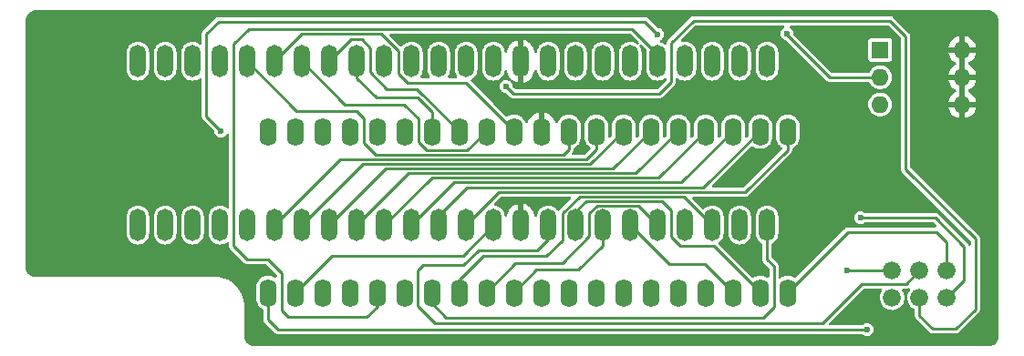
<source format=gtl>
G04 #@! TF.GenerationSoftware,KiCad,Pcbnew,6.0.1*
G04 #@! TF.CreationDate,2022-02-11T11:10:18+01:00*
G04 #@! TF.ProjectId,27C160_Adapter,32374331-3630-45f4-9164-61707465722e,1.1SMD*
G04 #@! TF.SameCoordinates,Original*
G04 #@! TF.FileFunction,Copper,L1,Top*
G04 #@! TF.FilePolarity,Positive*
%FSLAX46Y46*%
G04 Gerber Fmt 4.6, Leading zero omitted, Abs format (unit mm)*
G04 Created by KiCad (PCBNEW 6.0.1) date 2022-02-11 11:10:18*
%MOMM*%
%LPD*%
G01*
G04 APERTURE LIST*
G04 #@! TA.AperFunction,ComponentPad*
%ADD10C,1.676400*%
G04 #@! TD*
G04 #@! TA.AperFunction,ComponentPad*
%ADD11O,1.600000X2.600000*%
G04 #@! TD*
G04 #@! TA.AperFunction,ComponentPad*
%ADD12O,1.500000X3.000000*%
G04 #@! TD*
G04 #@! TA.AperFunction,ComponentPad*
%ADD13R,1.600000X1.600000*%
G04 #@! TD*
G04 #@! TA.AperFunction,ComponentPad*
%ADD14O,1.600000X1.600000*%
G04 #@! TD*
G04 #@! TA.AperFunction,ViaPad*
%ADD15C,0.600000*%
G04 #@! TD*
G04 #@! TA.AperFunction,Conductor*
%ADD16C,0.250000*%
G04 #@! TD*
G04 APERTURE END LIST*
D10*
X193140000Y-110490000D03*
X190600000Y-110490000D03*
X188060000Y-110490000D03*
X193140000Y-107950000D03*
X190600000Y-107950000D03*
X188060000Y-107950000D03*
D11*
X130110000Y-110023000D03*
X132650000Y-110023000D03*
X135190000Y-110023000D03*
X137730000Y-110023000D03*
X140270000Y-110023000D03*
X142810000Y-110023000D03*
X145350000Y-110023000D03*
X147890000Y-110023000D03*
X150430000Y-110023000D03*
X152970000Y-110023000D03*
X155510000Y-110023000D03*
X158050000Y-110023000D03*
X160590000Y-110023000D03*
X163130000Y-110023000D03*
X165670000Y-110023000D03*
X168210000Y-110023000D03*
X170750000Y-110023000D03*
X173290000Y-110023000D03*
X175830000Y-110023000D03*
X178370000Y-110023000D03*
X178370000Y-95037000D03*
X175830000Y-95037000D03*
X173290000Y-95037000D03*
X170750000Y-95037000D03*
X168210000Y-95037000D03*
X165670000Y-95037000D03*
X163130000Y-95037000D03*
X160590000Y-95037000D03*
X158050000Y-95037000D03*
X155510000Y-95037000D03*
X152970000Y-95037000D03*
X150430000Y-95037000D03*
X147890000Y-95037000D03*
X145350000Y-95037000D03*
X142810000Y-95037000D03*
X140270000Y-95037000D03*
X137730000Y-95037000D03*
X135190000Y-95037000D03*
X132650000Y-95037000D03*
X130110000Y-95037000D03*
D12*
X118021100Y-103733600D03*
X120561100Y-103733600D03*
X123101100Y-103733600D03*
X125641100Y-103733600D03*
X128181100Y-103733600D03*
X130721100Y-103733600D03*
X133261100Y-103733600D03*
X135801100Y-103733600D03*
X138341100Y-103733600D03*
X140881100Y-103733600D03*
X143421100Y-103733600D03*
X145961100Y-103733600D03*
X148501100Y-103733600D03*
X151041100Y-103733600D03*
X153581100Y-103733600D03*
X156121100Y-103733600D03*
X158661100Y-103733600D03*
X161201100Y-103733600D03*
X163741100Y-103733600D03*
X166281100Y-103733600D03*
X168821100Y-103733600D03*
X171361100Y-103733600D03*
X173901100Y-103733600D03*
X176441100Y-103733600D03*
X176441100Y-88493600D03*
X173901100Y-88493600D03*
X171361100Y-88493600D03*
X168821100Y-88493600D03*
X166281100Y-88493600D03*
X163741100Y-88493600D03*
X161201100Y-88493600D03*
X158661100Y-88493600D03*
X156121100Y-88493600D03*
X153581100Y-88493600D03*
X151041100Y-88493600D03*
X148501100Y-88493600D03*
X145961100Y-88493600D03*
X143421100Y-88493600D03*
X140881100Y-88493600D03*
X138341100Y-88493600D03*
X135801100Y-88493600D03*
X133261100Y-88493600D03*
X130721100Y-88493600D03*
X128181100Y-88493600D03*
X125641100Y-88493600D03*
X123101100Y-88493600D03*
X120561100Y-88493600D03*
X118021100Y-88493600D03*
D13*
X186940000Y-87440000D03*
D14*
X186940000Y-89980000D03*
X186940000Y-92520000D03*
X194560000Y-92520000D03*
X194560000Y-89980000D03*
X194560000Y-87440000D03*
D15*
X110540000Y-88540000D03*
X150930000Y-91460000D03*
X110500000Y-103670000D03*
X157580000Y-92690000D03*
X129550000Y-107970000D03*
X178320000Y-91840000D03*
X166270000Y-85990000D03*
X125740000Y-94980000D03*
X183870000Y-107980000D03*
X185130000Y-103040000D03*
X185720000Y-113440000D03*
X178300000Y-85930000D03*
X152200000Y-90830000D03*
D16*
X124400000Y-85930000D02*
X124400000Y-93640000D01*
X166270000Y-85990000D02*
X165080000Y-84800000D01*
X165080000Y-84800000D02*
X125530000Y-84800000D01*
X124400000Y-93640000D02*
X125740000Y-94980000D01*
X125530000Y-84800000D02*
X124400000Y-85930000D01*
X183870000Y-107980000D02*
X188040000Y-107980000D01*
X188040000Y-107980000D02*
X188070000Y-107950000D01*
X194740000Y-108900000D02*
X193150000Y-110490000D01*
X185130000Y-103040000D02*
X192060000Y-103040000D01*
X185720000Y-113440000D02*
X131030000Y-113440000D01*
X194740000Y-105720000D02*
X194740000Y-108900000D01*
X130086100Y-112496100D02*
X130086100Y-109958600D01*
X131030000Y-113440000D02*
X130086100Y-112496100D01*
X192060000Y-103040000D02*
X194740000Y-105720000D01*
X178300000Y-86030000D02*
X178300000Y-85930000D01*
X182250000Y-89980000D02*
X178300000Y-86030000D01*
X186940000Y-89980000D02*
X182250000Y-89980000D01*
X191840000Y-113390000D02*
X190610000Y-112160000D01*
X152870000Y-91500000D02*
X166460000Y-91500000D01*
X187872599Y-84742599D02*
X189320000Y-86190000D01*
X167550000Y-90410000D02*
X167550000Y-86820000D01*
X189320000Y-98530000D02*
X195800000Y-105010000D01*
X169627401Y-84742599D02*
X187872599Y-84742599D01*
X152200000Y-90830000D02*
X152870000Y-91500000D01*
X167550000Y-86820000D02*
X169627401Y-84742599D01*
X190610000Y-112160000D02*
X190610000Y-110490000D01*
X166460000Y-91500000D02*
X167550000Y-90410000D01*
X195800000Y-111550000D02*
X193960000Y-113390000D01*
X193960000Y-113390000D02*
X191840000Y-113390000D01*
X195800000Y-105010000D02*
X195800000Y-111550000D01*
X189320000Y-86190000D02*
X189320000Y-98530000D01*
X189350000Y-109210000D02*
X190610000Y-107950000D01*
X144010000Y-111260000D02*
X145620000Y-112870000D01*
X185230000Y-109210000D02*
X189350000Y-109210000D01*
X156121100Y-105048900D02*
X155100000Y-106070000D01*
X145620000Y-112870000D02*
X181570000Y-112870000D01*
X155100000Y-106070000D02*
X149670000Y-106070000D01*
X156121100Y-103733600D02*
X156121100Y-105048900D01*
X144480000Y-107480000D02*
X144010000Y-107950000D01*
X148260000Y-107480000D02*
X144480000Y-107480000D01*
X144010000Y-107950000D02*
X144010000Y-111260000D01*
X181570000Y-112870000D02*
X185230000Y-109210000D01*
X149670000Y-106070000D02*
X148260000Y-107480000D01*
X183944700Y-104360000D02*
X178346100Y-109958600D01*
X193150000Y-107950000D02*
X193150000Y-105320000D01*
X193150000Y-105320000D02*
X192190000Y-104360000D01*
X192190000Y-104360000D02*
X183944700Y-104360000D01*
X148223600Y-106551100D02*
X136033600Y-106551100D01*
X136033600Y-106551100D02*
X132626100Y-109958600D01*
X151041100Y-103733600D02*
X148223600Y-106551100D01*
X128327200Y-85490000D02*
X126911100Y-86906100D01*
X131991100Y-112306100D02*
X139293600Y-112306100D01*
X131356100Y-108178600D02*
X131356100Y-111671100D01*
X126911100Y-105638600D02*
X128181100Y-106908600D01*
X130086100Y-106908600D02*
X131356100Y-108178600D01*
X166281100Y-88493600D02*
X166281100Y-87858600D01*
X126911100Y-86906100D02*
X126911100Y-105638600D01*
X163912500Y-85490000D02*
X128327200Y-85490000D01*
X166281100Y-87858600D02*
X163912500Y-85490000D01*
X128181100Y-106908600D02*
X130086100Y-106908600D01*
X139293600Y-112306100D02*
X140246100Y-111353600D01*
X140246100Y-111353600D02*
X140246100Y-109958600D01*
X131356100Y-111671100D02*
X131991100Y-112306100D01*
X177076100Y-111353600D02*
X176069700Y-112360000D01*
X177076100Y-107543600D02*
X177076100Y-111353600D01*
X146650000Y-112360000D02*
X145326100Y-111036100D01*
X176069700Y-112360000D02*
X146650000Y-112360000D01*
X176441100Y-106908600D02*
X177076100Y-107543600D01*
X145326100Y-111036100D02*
X145326100Y-109958600D01*
X176441100Y-103733600D02*
X176441100Y-106908600D01*
X159054000Y-101070000D02*
X157481700Y-102642300D01*
X168697500Y-101070000D02*
X159054000Y-101070000D01*
X147866100Y-108813600D02*
X147866100Y-109958600D01*
X157481700Y-102642300D02*
X157481700Y-105110900D01*
X150058600Y-106621100D02*
X147866100Y-108813600D01*
X171361100Y-103733600D02*
X168697500Y-101070000D01*
X157481700Y-105110900D02*
X155971500Y-106621100D01*
X155971500Y-106621100D02*
X150058600Y-106621100D01*
X166281100Y-103733600D02*
X164457500Y-101910000D01*
X159950000Y-102640100D02*
X159950000Y-104771200D01*
X159950000Y-104771200D02*
X157440700Y-107280500D01*
X157440700Y-107280500D02*
X153084200Y-107280500D01*
X164457500Y-101910000D02*
X160680100Y-101910000D01*
X153084200Y-107280500D02*
X150406100Y-109958600D01*
X160680100Y-101910000D02*
X159950000Y-102640100D01*
X155003600Y-107901100D02*
X152946100Y-109958600D01*
X158938600Y-107901100D02*
X155003600Y-107901100D01*
X161201100Y-105638600D02*
X161201100Y-103733600D01*
X158938600Y-107901100D02*
X161201100Y-105638600D01*
X163741100Y-103733600D02*
X167400800Y-107393300D01*
X170700800Y-107393300D02*
X173266100Y-109958600D01*
X167400800Y-107393300D02*
X170700800Y-107393300D01*
X166673800Y-101500000D02*
X167551100Y-102377300D01*
X159624700Y-101500000D02*
X166673800Y-101500000D01*
X167551100Y-104806500D02*
X168374500Y-105629900D01*
X158661100Y-102463600D02*
X159624700Y-101500000D01*
X171477400Y-105629900D02*
X175806100Y-109958600D01*
X168374500Y-105629900D02*
X171477400Y-105629900D01*
X158661100Y-103733600D02*
X158661100Y-102463600D01*
X167551100Y-102377300D02*
X167551100Y-104806500D01*
X148501100Y-103733600D02*
X151574700Y-100660000D01*
X178346100Y-96753900D02*
X178346100Y-94968600D01*
X174440000Y-100660000D02*
X178346100Y-96753900D01*
X151574700Y-100660000D02*
X174440000Y-100660000D01*
X148610000Y-100240000D02*
X170534700Y-100240000D01*
X145961100Y-102888900D02*
X148610000Y-100240000D01*
X145961100Y-103733600D02*
X145961100Y-102888900D01*
X170534700Y-100240000D02*
X175806100Y-94968600D01*
X143421100Y-103733600D02*
X147424700Y-99730000D01*
X147424700Y-99730000D02*
X168504700Y-99730000D01*
X168504700Y-99730000D02*
X173266100Y-94968600D01*
X145314700Y-99300000D02*
X166394700Y-99300000D01*
X166394700Y-99300000D02*
X170726100Y-94968600D01*
X140881100Y-103733600D02*
X145314700Y-99300000D01*
X138341100Y-103733600D02*
X143182289Y-98892411D01*
X164262289Y-98892411D02*
X168186100Y-94968600D01*
X143182289Y-98892411D02*
X164262289Y-98892411D01*
X162124700Y-98490000D02*
X165646100Y-94968600D01*
X141044700Y-98490000D02*
X162124700Y-98490000D01*
X135801100Y-103733600D02*
X141044700Y-98490000D01*
X138924700Y-98070000D02*
X133261100Y-103733600D01*
X163106100Y-94968600D02*
X160004700Y-98070000D01*
X160004700Y-98070000D02*
X138924700Y-98070000D01*
X136824700Y-97630000D02*
X130721100Y-103733600D01*
X160566100Y-94968600D02*
X160566100Y-96718600D01*
X159654700Y-97630000D02*
X136824700Y-97630000D01*
X160566100Y-96718600D02*
X159654700Y-97630000D01*
X157532289Y-97212411D02*
X158026100Y-96718600D01*
X132783300Y-93095800D02*
X138305800Y-93095800D01*
X138982200Y-96066100D02*
X140116100Y-97200000D01*
X138976100Y-93766100D02*
X138976100Y-96066100D01*
X148731384Y-97212411D02*
X157532289Y-97212411D01*
X140116100Y-97200000D02*
X148718973Y-97200000D01*
X128181100Y-88493600D02*
X132783300Y-93095800D01*
X158026100Y-96718600D02*
X158026100Y-94968600D01*
X148718973Y-97200000D02*
X148731384Y-97212411D01*
X138976100Y-96066100D02*
X138982200Y-96066100D01*
X138305800Y-93095800D02*
X138976100Y-93766100D01*
X140616300Y-85930000D02*
X142220000Y-87533700D01*
X142220000Y-89640000D02*
X143060000Y-90480000D01*
X148457500Y-90480000D02*
X152946100Y-94968600D01*
X142220000Y-87533700D02*
X142220000Y-89640000D01*
X133284700Y-85930000D02*
X140616300Y-85930000D01*
X143060000Y-90480000D02*
X148457500Y-90480000D01*
X130721100Y-88493600D02*
X133284700Y-85930000D01*
X144807589Y-96797589D02*
X148577111Y-96797589D01*
X142719600Y-92499600D02*
X144056100Y-93836100D01*
X133261100Y-88493600D02*
X137267100Y-92499600D01*
X137267100Y-92499600D02*
X142719600Y-92499600D01*
X144056100Y-96046100D02*
X144807589Y-96797589D01*
X144056100Y-93836100D02*
X144056100Y-96046100D01*
X148577111Y-96797589D02*
X150406100Y-94968600D01*
X139620000Y-89517900D02*
X141162100Y-91060000D01*
X143957500Y-91060000D02*
X147866100Y-94968600D01*
X137834700Y-86460000D02*
X138820000Y-86460000D01*
X135801100Y-88493600D02*
X137834700Y-86460000D01*
X139620000Y-87260000D02*
X139620000Y-89517900D01*
X141162100Y-91060000D02*
X143957500Y-91060000D01*
X138820000Y-86460000D02*
X139620000Y-87260000D01*
X145326100Y-93218600D02*
X145326100Y-94968600D01*
X138341100Y-88493600D02*
X138341100Y-90081100D01*
X140160000Y-91900000D02*
X144007500Y-91900000D01*
X138341100Y-90081100D02*
X140160000Y-91900000D01*
X144007500Y-91900000D02*
X145326100Y-93218600D01*
G04 #@! TA.AperFunction,Conductor*
G36*
X196952608Y-83740914D02*
G01*
X196957145Y-83741714D01*
X196968000Y-83743628D01*
X196978856Y-83741714D01*
X196989878Y-83741714D01*
X196989878Y-83742514D01*
X197002062Y-83741980D01*
X197125462Y-83752776D01*
X197147089Y-83756590D01*
X197289113Y-83794646D01*
X197309751Y-83802157D01*
X197443010Y-83864297D01*
X197462031Y-83875279D01*
X197582478Y-83959617D01*
X197599302Y-83973735D01*
X197703265Y-84077698D01*
X197717383Y-84094522D01*
X197801721Y-84214969D01*
X197812703Y-84233990D01*
X197874843Y-84367249D01*
X197882354Y-84387887D01*
X197920410Y-84529911D01*
X197924225Y-84551542D01*
X197935020Y-84674935D01*
X197934486Y-84687122D01*
X197935286Y-84687122D01*
X197935286Y-84698144D01*
X197933372Y-84709000D01*
X197935286Y-84719855D01*
X197936086Y-84724392D01*
X197938000Y-84746271D01*
X197938000Y-114111729D01*
X197936086Y-114133608D01*
X197933372Y-114149000D01*
X197935286Y-114159856D01*
X197935286Y-114170365D01*
X197934679Y-114182715D01*
X197923018Y-114301111D01*
X197918201Y-114325331D01*
X197877430Y-114459735D01*
X197867981Y-114482545D01*
X197801779Y-114606401D01*
X197788056Y-114626939D01*
X197698963Y-114735498D01*
X197681498Y-114752963D01*
X197572939Y-114842056D01*
X197552401Y-114855779D01*
X197428545Y-114921981D01*
X197405735Y-114931430D01*
X197271331Y-114972201D01*
X197247111Y-114977018D01*
X197128715Y-114988679D01*
X197116365Y-114989286D01*
X197105856Y-114989286D01*
X197095000Y-114987372D01*
X197084145Y-114989286D01*
X197079608Y-114990086D01*
X197057729Y-114992000D01*
X128815271Y-114992000D01*
X128793392Y-114990086D01*
X128788855Y-114989286D01*
X128778000Y-114987372D01*
X128767144Y-114989286D01*
X128756635Y-114989286D01*
X128744285Y-114988679D01*
X128625889Y-114977018D01*
X128601669Y-114972201D01*
X128467265Y-114931430D01*
X128444455Y-114921981D01*
X128320599Y-114855779D01*
X128300061Y-114842056D01*
X128191502Y-114752963D01*
X128174037Y-114735498D01*
X128084944Y-114626939D01*
X128071221Y-114606401D01*
X128005019Y-114482545D01*
X127995570Y-114459735D01*
X127954799Y-114325331D01*
X127949982Y-114301111D01*
X127938321Y-114182715D01*
X127937714Y-114170368D01*
X127937714Y-114159858D01*
X127939628Y-114149000D01*
X127936848Y-114133233D01*
X127934934Y-114111581D01*
X127930066Y-111357122D01*
X127931980Y-111335021D01*
X127932714Y-111330860D01*
X127932714Y-111330854D01*
X127934628Y-111320000D01*
X127934264Y-111317936D01*
X127933388Y-111302323D01*
X127922863Y-111114908D01*
X127916873Y-111008248D01*
X127864570Y-110700417D01*
X127778130Y-110400378D01*
X127776776Y-110397109D01*
X127659994Y-110115171D01*
X127659991Y-110115166D01*
X127658640Y-110111903D01*
X127624061Y-110049336D01*
X127523377Y-109867163D01*
X127507602Y-109838620D01*
X127344556Y-109608828D01*
X127328951Y-109586835D01*
X127328951Y-109586834D01*
X127326916Y-109583967D01*
X127118854Y-109351146D01*
X127083925Y-109319931D01*
X126888657Y-109145429D01*
X126886033Y-109143084D01*
X126631380Y-108962398D01*
X126358097Y-108811360D01*
X126354834Y-108810009D01*
X126354829Y-108810006D01*
X126072891Y-108693224D01*
X126072890Y-108693224D01*
X126069622Y-108691870D01*
X125769583Y-108605430D01*
X125461752Y-108553127D01*
X125373314Y-108548161D01*
X125163789Y-108536394D01*
X125163787Y-108536394D01*
X125152064Y-108535736D01*
X125150000Y-108535372D01*
X125139144Y-108537286D01*
X125134619Y-108538084D01*
X125112736Y-108539997D01*
X116810601Y-108539500D01*
X108495268Y-108539002D01*
X108473399Y-108537087D01*
X108468857Y-108536286D01*
X108468856Y-108536286D01*
X108458000Y-108534372D01*
X108447144Y-108536286D01*
X108436635Y-108536286D01*
X108424285Y-108535679D01*
X108305889Y-108524018D01*
X108281669Y-108519201D01*
X108147265Y-108478430D01*
X108124455Y-108468981D01*
X108000599Y-108402779D01*
X107980061Y-108389056D01*
X107871502Y-108299963D01*
X107854037Y-108282498D01*
X107764944Y-108173939D01*
X107751221Y-108153401D01*
X107685019Y-108029545D01*
X107675570Y-108006735D01*
X107634799Y-107872331D01*
X107629982Y-107848111D01*
X107618321Y-107729715D01*
X107617714Y-107717365D01*
X107617714Y-107706856D01*
X107619628Y-107696000D01*
X107616914Y-107680608D01*
X107615000Y-107658729D01*
X107615000Y-104535441D01*
X116970600Y-104535441D01*
X116985620Y-104688630D01*
X117045165Y-104885851D01*
X117141882Y-105067751D01*
X117208427Y-105149343D01*
X117268194Y-105222625D01*
X117268197Y-105222628D01*
X117272089Y-105227400D01*
X117276836Y-105231327D01*
X117276838Y-105231329D01*
X117426075Y-105354789D01*
X117426079Y-105354791D01*
X117430825Y-105358718D01*
X117484711Y-105387854D01*
X117595600Y-105447811D01*
X117612045Y-105456703D01*
X117808846Y-105517623D01*
X117814971Y-105518267D01*
X117814972Y-105518267D01*
X118007602Y-105538513D01*
X118007604Y-105538513D01*
X118013731Y-105539157D01*
X118100571Y-105531254D01*
X118212758Y-105521045D01*
X118212761Y-105521044D01*
X118218897Y-105520486D01*
X118416528Y-105462320D01*
X118422223Y-105459343D01*
X118518341Y-105409093D01*
X118599098Y-105366874D01*
X118603899Y-105363014D01*
X118603902Y-105363012D01*
X118754846Y-105241650D01*
X118754847Y-105241650D01*
X118759653Y-105237785D01*
X118892076Y-105079970D01*
X118895044Y-105074572D01*
X118895047Y-105074567D01*
X118988357Y-104904835D01*
X118991324Y-104899438D01*
X119053616Y-104703068D01*
X119054574Y-104694532D01*
X119066363Y-104589426D01*
X119071600Y-104542736D01*
X119071600Y-104535441D01*
X119510600Y-104535441D01*
X119525620Y-104688630D01*
X119585165Y-104885851D01*
X119681882Y-105067751D01*
X119748427Y-105149343D01*
X119808194Y-105222625D01*
X119808197Y-105222628D01*
X119812089Y-105227400D01*
X119816836Y-105231327D01*
X119816838Y-105231329D01*
X119966075Y-105354789D01*
X119966079Y-105354791D01*
X119970825Y-105358718D01*
X120024711Y-105387854D01*
X120135600Y-105447811D01*
X120152045Y-105456703D01*
X120348846Y-105517623D01*
X120354971Y-105518267D01*
X120354972Y-105518267D01*
X120547602Y-105538513D01*
X120547604Y-105538513D01*
X120553731Y-105539157D01*
X120640571Y-105531254D01*
X120752758Y-105521045D01*
X120752761Y-105521044D01*
X120758897Y-105520486D01*
X120956528Y-105462320D01*
X120962223Y-105459343D01*
X121058341Y-105409093D01*
X121139098Y-105366874D01*
X121143899Y-105363014D01*
X121143902Y-105363012D01*
X121294846Y-105241650D01*
X121294847Y-105241650D01*
X121299653Y-105237785D01*
X121432076Y-105079970D01*
X121435044Y-105074572D01*
X121435047Y-105074567D01*
X121528357Y-104904835D01*
X121531324Y-104899438D01*
X121593616Y-104703068D01*
X121594574Y-104694532D01*
X121606363Y-104589426D01*
X121611600Y-104542736D01*
X121611600Y-104535441D01*
X122050600Y-104535441D01*
X122065620Y-104688630D01*
X122125165Y-104885851D01*
X122221882Y-105067751D01*
X122288427Y-105149343D01*
X122348194Y-105222625D01*
X122348197Y-105222628D01*
X122352089Y-105227400D01*
X122356836Y-105231327D01*
X122356838Y-105231329D01*
X122506075Y-105354789D01*
X122506079Y-105354791D01*
X122510825Y-105358718D01*
X122564711Y-105387854D01*
X122675600Y-105447811D01*
X122692045Y-105456703D01*
X122888846Y-105517623D01*
X122894971Y-105518267D01*
X122894972Y-105518267D01*
X123087602Y-105538513D01*
X123087604Y-105538513D01*
X123093731Y-105539157D01*
X123180571Y-105531254D01*
X123292758Y-105521045D01*
X123292761Y-105521044D01*
X123298897Y-105520486D01*
X123496528Y-105462320D01*
X123502223Y-105459343D01*
X123598341Y-105409093D01*
X123679098Y-105366874D01*
X123683899Y-105363014D01*
X123683902Y-105363012D01*
X123834846Y-105241650D01*
X123834847Y-105241650D01*
X123839653Y-105237785D01*
X123972076Y-105079970D01*
X123975044Y-105074572D01*
X123975047Y-105074567D01*
X124068357Y-104904835D01*
X124071324Y-104899438D01*
X124133616Y-104703068D01*
X124134574Y-104694532D01*
X124146363Y-104589426D01*
X124151600Y-104542736D01*
X124151600Y-102931759D01*
X124136580Y-102778570D01*
X124077035Y-102581349D01*
X123980318Y-102399449D01*
X123880990Y-102277661D01*
X123854006Y-102244575D01*
X123854003Y-102244572D01*
X123850111Y-102239800D01*
X123840053Y-102231479D01*
X123696125Y-102112411D01*
X123696121Y-102112409D01*
X123691375Y-102108482D01*
X123510155Y-102010497D01*
X123313354Y-101949577D01*
X123307229Y-101948933D01*
X123307228Y-101948933D01*
X123114598Y-101928687D01*
X123114596Y-101928687D01*
X123108469Y-101928043D01*
X123021629Y-101935946D01*
X122909442Y-101946155D01*
X122909439Y-101946156D01*
X122903303Y-101946714D01*
X122705672Y-102004880D01*
X122523102Y-102100326D01*
X122518301Y-102104186D01*
X122518298Y-102104188D01*
X122421868Y-102181720D01*
X122362547Y-102229415D01*
X122230124Y-102387230D01*
X122227156Y-102392628D01*
X122227153Y-102392633D01*
X122147323Y-102537845D01*
X122130876Y-102567762D01*
X122129013Y-102573635D01*
X122093061Y-102686972D01*
X122068584Y-102764132D01*
X122067898Y-102770249D01*
X122067897Y-102770253D01*
X122066276Y-102784704D01*
X122050600Y-102924464D01*
X122050600Y-104535441D01*
X121611600Y-104535441D01*
X121611600Y-102931759D01*
X121596580Y-102778570D01*
X121537035Y-102581349D01*
X121440318Y-102399449D01*
X121340990Y-102277661D01*
X121314006Y-102244575D01*
X121314003Y-102244572D01*
X121310111Y-102239800D01*
X121300053Y-102231479D01*
X121156125Y-102112411D01*
X121156121Y-102112409D01*
X121151375Y-102108482D01*
X120970155Y-102010497D01*
X120773354Y-101949577D01*
X120767229Y-101948933D01*
X120767228Y-101948933D01*
X120574598Y-101928687D01*
X120574596Y-101928687D01*
X120568469Y-101928043D01*
X120481629Y-101935946D01*
X120369442Y-101946155D01*
X120369439Y-101946156D01*
X120363303Y-101946714D01*
X120165672Y-102004880D01*
X119983102Y-102100326D01*
X119978301Y-102104186D01*
X119978298Y-102104188D01*
X119881868Y-102181720D01*
X119822547Y-102229415D01*
X119690124Y-102387230D01*
X119687156Y-102392628D01*
X119687153Y-102392633D01*
X119607323Y-102537845D01*
X119590876Y-102567762D01*
X119589013Y-102573635D01*
X119553061Y-102686972D01*
X119528584Y-102764132D01*
X119527898Y-102770249D01*
X119527897Y-102770253D01*
X119526276Y-102784704D01*
X119510600Y-102924464D01*
X119510600Y-104535441D01*
X119071600Y-104535441D01*
X119071600Y-102931759D01*
X119056580Y-102778570D01*
X118997035Y-102581349D01*
X118900318Y-102399449D01*
X118800990Y-102277661D01*
X118774006Y-102244575D01*
X118774003Y-102244572D01*
X118770111Y-102239800D01*
X118760053Y-102231479D01*
X118616125Y-102112411D01*
X118616121Y-102112409D01*
X118611375Y-102108482D01*
X118430155Y-102010497D01*
X118233354Y-101949577D01*
X118227229Y-101948933D01*
X118227228Y-101948933D01*
X118034598Y-101928687D01*
X118034596Y-101928687D01*
X118028469Y-101928043D01*
X117941629Y-101935946D01*
X117829442Y-101946155D01*
X117829439Y-101946156D01*
X117823303Y-101946714D01*
X117625672Y-102004880D01*
X117443102Y-102100326D01*
X117438301Y-102104186D01*
X117438298Y-102104188D01*
X117341868Y-102181720D01*
X117282547Y-102229415D01*
X117150124Y-102387230D01*
X117147156Y-102392628D01*
X117147153Y-102392633D01*
X117067323Y-102537845D01*
X117050876Y-102567762D01*
X117049013Y-102573635D01*
X117013061Y-102686972D01*
X116988584Y-102764132D01*
X116987898Y-102770249D01*
X116987897Y-102770253D01*
X116986276Y-102784704D01*
X116970600Y-102924464D01*
X116970600Y-104535441D01*
X107615000Y-104535441D01*
X107615000Y-89295441D01*
X116970600Y-89295441D01*
X116985620Y-89448630D01*
X117045165Y-89645851D01*
X117141882Y-89827751D01*
X117208422Y-89909337D01*
X117268194Y-89982625D01*
X117268197Y-89982628D01*
X117272089Y-89987400D01*
X117276836Y-89991327D01*
X117276838Y-89991329D01*
X117426075Y-90114789D01*
X117426079Y-90114791D01*
X117430825Y-90118718D01*
X117612045Y-90216703D01*
X117808846Y-90277623D01*
X117814971Y-90278267D01*
X117814972Y-90278267D01*
X118007602Y-90298513D01*
X118007604Y-90298513D01*
X118013731Y-90299157D01*
X118100571Y-90291254D01*
X118212758Y-90281045D01*
X118212761Y-90281044D01*
X118218897Y-90280486D01*
X118416528Y-90222320D01*
X118426852Y-90216923D01*
X118593633Y-90129731D01*
X118599098Y-90126874D01*
X118603899Y-90123014D01*
X118603902Y-90123012D01*
X118754846Y-90001650D01*
X118754847Y-90001650D01*
X118759653Y-89997785D01*
X118892076Y-89839970D01*
X118895044Y-89834572D01*
X118895047Y-89834567D01*
X118988357Y-89664835D01*
X118991324Y-89659438D01*
X119053616Y-89463068D01*
X119054574Y-89454532D01*
X119066363Y-89349426D01*
X119071600Y-89302736D01*
X119071600Y-89295441D01*
X119510600Y-89295441D01*
X119525620Y-89448630D01*
X119585165Y-89645851D01*
X119681882Y-89827751D01*
X119748422Y-89909337D01*
X119808194Y-89982625D01*
X119808197Y-89982628D01*
X119812089Y-89987400D01*
X119816836Y-89991327D01*
X119816838Y-89991329D01*
X119966075Y-90114789D01*
X119966079Y-90114791D01*
X119970825Y-90118718D01*
X120152045Y-90216703D01*
X120348846Y-90277623D01*
X120354971Y-90278267D01*
X120354972Y-90278267D01*
X120547602Y-90298513D01*
X120547604Y-90298513D01*
X120553731Y-90299157D01*
X120640571Y-90291254D01*
X120752758Y-90281045D01*
X120752761Y-90281044D01*
X120758897Y-90280486D01*
X120956528Y-90222320D01*
X120966852Y-90216923D01*
X121133633Y-90129731D01*
X121139098Y-90126874D01*
X121143899Y-90123014D01*
X121143902Y-90123012D01*
X121294846Y-90001650D01*
X121294847Y-90001650D01*
X121299653Y-89997785D01*
X121432076Y-89839970D01*
X121435044Y-89834572D01*
X121435047Y-89834567D01*
X121528357Y-89664835D01*
X121531324Y-89659438D01*
X121593616Y-89463068D01*
X121594574Y-89454532D01*
X121606363Y-89349426D01*
X121611600Y-89302736D01*
X121611600Y-89295441D01*
X122050600Y-89295441D01*
X122065620Y-89448630D01*
X122125165Y-89645851D01*
X122221882Y-89827751D01*
X122288422Y-89909337D01*
X122348194Y-89982625D01*
X122348197Y-89982628D01*
X122352089Y-89987400D01*
X122356836Y-89991327D01*
X122356838Y-89991329D01*
X122506075Y-90114789D01*
X122506079Y-90114791D01*
X122510825Y-90118718D01*
X122692045Y-90216703D01*
X122888846Y-90277623D01*
X122894971Y-90278267D01*
X122894972Y-90278267D01*
X123087602Y-90298513D01*
X123087604Y-90298513D01*
X123093731Y-90299157D01*
X123180571Y-90291254D01*
X123292758Y-90281045D01*
X123292761Y-90281044D01*
X123298897Y-90280486D01*
X123496528Y-90222320D01*
X123506852Y-90216923D01*
X123673633Y-90129731D01*
X123679098Y-90126874D01*
X123746312Y-90072833D01*
X123769548Y-90054151D01*
X123835171Y-90027055D01*
X123905025Y-90039739D01*
X123956933Y-90088175D01*
X123974500Y-90152348D01*
X123974500Y-93707393D01*
X123981914Y-93730210D01*
X123986528Y-93749429D01*
X123990281Y-93773126D01*
X123994784Y-93781963D01*
X123994784Y-93781964D01*
X124001172Y-93794502D01*
X124008736Y-93812763D01*
X124013085Y-93826147D01*
X124013087Y-93826150D01*
X124016151Y-93835581D01*
X124021980Y-93843604D01*
X124030253Y-93854991D01*
X124040577Y-93871837D01*
X124051472Y-93893220D01*
X124075446Y-93917194D01*
X124594448Y-94436195D01*
X125103477Y-94945224D01*
X125137503Y-95007536D01*
X125139304Y-95017873D01*
X125154956Y-95136762D01*
X125215464Y-95282841D01*
X125311718Y-95408282D01*
X125437159Y-95504536D01*
X125583238Y-95565044D01*
X125740000Y-95585682D01*
X125748188Y-95584604D01*
X125888574Y-95566122D01*
X125896762Y-95565044D01*
X126042841Y-95504536D01*
X126168282Y-95408282D01*
X126173305Y-95401736D01*
X126173309Y-95401732D01*
X126259638Y-95289226D01*
X126316976Y-95247359D01*
X126387847Y-95243137D01*
X126449749Y-95277901D01*
X126483031Y-95340614D01*
X126485600Y-95365930D01*
X126485600Y-102051032D01*
X126465598Y-102119153D01*
X126411942Y-102165646D01*
X126341668Y-102175750D01*
X126279284Y-102148116D01*
X126276062Y-102145450D01*
X126236125Y-102112411D01*
X126236124Y-102112410D01*
X126231375Y-102108482D01*
X126050155Y-102010497D01*
X125853354Y-101949577D01*
X125847229Y-101948933D01*
X125847228Y-101948933D01*
X125654598Y-101928687D01*
X125654596Y-101928687D01*
X125648469Y-101928043D01*
X125561629Y-101935946D01*
X125449442Y-101946155D01*
X125449439Y-101946156D01*
X125443303Y-101946714D01*
X125245672Y-102004880D01*
X125063102Y-102100326D01*
X125058301Y-102104186D01*
X125058298Y-102104188D01*
X124961868Y-102181720D01*
X124902547Y-102229415D01*
X124770124Y-102387230D01*
X124767156Y-102392628D01*
X124767153Y-102392633D01*
X124687323Y-102537845D01*
X124670876Y-102567762D01*
X124669013Y-102573635D01*
X124633061Y-102686972D01*
X124608584Y-102764132D01*
X124607898Y-102770249D01*
X124607897Y-102770253D01*
X124606276Y-102784704D01*
X124590600Y-102924464D01*
X124590600Y-104535441D01*
X124605620Y-104688630D01*
X124665165Y-104885851D01*
X124761882Y-105067751D01*
X124828427Y-105149343D01*
X124888194Y-105222625D01*
X124888197Y-105222628D01*
X124892089Y-105227400D01*
X124896836Y-105231327D01*
X124896838Y-105231329D01*
X125046075Y-105354789D01*
X125046079Y-105354791D01*
X125050825Y-105358718D01*
X125104711Y-105387854D01*
X125215600Y-105447811D01*
X125232045Y-105456703D01*
X125428846Y-105517623D01*
X125434971Y-105518267D01*
X125434972Y-105518267D01*
X125627602Y-105538513D01*
X125627604Y-105538513D01*
X125633731Y-105539157D01*
X125720571Y-105531254D01*
X125832758Y-105521045D01*
X125832761Y-105521044D01*
X125838897Y-105520486D01*
X126036528Y-105462320D01*
X126042223Y-105459343D01*
X126138341Y-105409093D01*
X126219098Y-105366874D01*
X126280647Y-105317387D01*
X126346271Y-105290291D01*
X126416125Y-105302975D01*
X126468033Y-105351411D01*
X126485600Y-105415584D01*
X126485600Y-105705993D01*
X126493014Y-105728810D01*
X126497628Y-105748029D01*
X126501381Y-105771726D01*
X126505884Y-105780563D01*
X126505884Y-105780564D01*
X126512272Y-105793102D01*
X126519836Y-105811363D01*
X126524185Y-105824747D01*
X126524186Y-105824749D01*
X126527251Y-105834181D01*
X126533079Y-105842203D01*
X126533080Y-105842204D01*
X126541353Y-105853591D01*
X126551677Y-105870437D01*
X126562572Y-105891820D01*
X127927880Y-107257128D01*
X127949263Y-107268023D01*
X127966109Y-107278347D01*
X127985519Y-107292449D01*
X127994950Y-107295513D01*
X127994953Y-107295515D01*
X128008337Y-107299864D01*
X128026598Y-107307428D01*
X128035085Y-107311752D01*
X128047974Y-107318319D01*
X128071671Y-107322072D01*
X128090890Y-107326686D01*
X128113707Y-107334100D01*
X129857662Y-107334100D01*
X129925783Y-107354102D01*
X129946757Y-107371005D01*
X130893695Y-108317943D01*
X130927721Y-108380255D01*
X130930600Y-108407038D01*
X130930600Y-108507871D01*
X130910598Y-108575992D01*
X130856942Y-108622485D01*
X130786668Y-108632589D01*
X130741505Y-108616935D01*
X130585189Y-108526505D01*
X130570201Y-108517834D01*
X130429518Y-108468981D01*
X130377491Y-108450914D01*
X130377489Y-108450914D01*
X130371826Y-108448947D01*
X130365891Y-108448086D01*
X130365889Y-108448086D01*
X130169944Y-108419675D01*
X130169941Y-108419675D01*
X130164004Y-108418814D01*
X129954233Y-108428523D01*
X129842500Y-108455451D01*
X129755915Y-108476318D01*
X129755913Y-108476319D01*
X129750082Y-108477724D01*
X129744624Y-108480206D01*
X129744620Y-108480207D01*
X129653165Y-108521789D01*
X129558919Y-108564640D01*
X129387640Y-108686137D01*
X129242425Y-108837831D01*
X129239174Y-108842866D01*
X129133440Y-109006619D01*
X129128515Y-109014246D01*
X129126273Y-109019809D01*
X129069679Y-109160237D01*
X129050019Y-109209019D01*
X129048871Y-109214900D01*
X129048869Y-109214905D01*
X129010638Y-109410676D01*
X129009770Y-109415122D01*
X129009500Y-109420643D01*
X129009500Y-110575469D01*
X129024439Y-110732046D01*
X129083553Y-110933549D01*
X129179705Y-111120239D01*
X129220196Y-111171787D01*
X129305718Y-111280662D01*
X129305722Y-111280667D01*
X129309424Y-111285379D01*
X129349321Y-111320000D01*
X129463498Y-111419079D01*
X129463503Y-111419083D01*
X129468029Y-111423010D01*
X129596404Y-111497276D01*
X129597695Y-111498023D01*
X129646643Y-111549448D01*
X129660600Y-111607087D01*
X129660600Y-112563493D01*
X129668014Y-112586310D01*
X129672628Y-112605529D01*
X129676381Y-112629226D01*
X129680884Y-112638063D01*
X129680884Y-112638064D01*
X129687272Y-112650602D01*
X129694836Y-112668863D01*
X129699185Y-112682247D01*
X129699187Y-112682250D01*
X129702251Y-112691681D01*
X129708080Y-112699704D01*
X129716353Y-112711091D01*
X129726677Y-112727937D01*
X129737572Y-112749320D01*
X129761546Y-112773294D01*
X130681471Y-113693218D01*
X130681472Y-113693220D01*
X130776780Y-113788528D01*
X130798159Y-113799421D01*
X130815012Y-113809749D01*
X130822928Y-113815500D01*
X130834419Y-113823849D01*
X130843850Y-113826913D01*
X130843851Y-113826914D01*
X130857237Y-113831264D01*
X130875498Y-113838828D01*
X130888036Y-113845216D01*
X130896874Y-113849719D01*
X130920571Y-113853472D01*
X130939790Y-113858086D01*
X130962607Y-113865500D01*
X185245321Y-113865500D01*
X185313442Y-113885502D01*
X185322025Y-113891538D01*
X185410603Y-113959506D01*
X185410606Y-113959508D01*
X185417159Y-113964536D01*
X185563238Y-114025044D01*
X185720000Y-114045682D01*
X185728188Y-114044604D01*
X185868574Y-114026122D01*
X185876762Y-114025044D01*
X186022841Y-113964536D01*
X186148282Y-113868282D01*
X186244536Y-113742841D01*
X186305044Y-113596762D01*
X186325682Y-113440000D01*
X186305044Y-113283238D01*
X186244536Y-113137159D01*
X186148282Y-113011718D01*
X186022841Y-112915464D01*
X185876762Y-112854956D01*
X185720000Y-112834318D01*
X185563238Y-112854956D01*
X185417159Y-112915464D01*
X185410608Y-112920491D01*
X185410603Y-112920494D01*
X185322025Y-112988462D01*
X185255805Y-113014063D01*
X185245321Y-113014500D01*
X182331438Y-113014500D01*
X182263317Y-112994498D01*
X182216824Y-112940842D01*
X182206720Y-112870568D01*
X182236214Y-112805988D01*
X182242343Y-112799405D01*
X185369343Y-109672405D01*
X185431655Y-109638379D01*
X185458438Y-109635500D01*
X187023768Y-109635500D01*
X187091889Y-109655502D01*
X187138382Y-109709158D01*
X187148486Y-109779432D01*
X187122718Y-109839506D01*
X187100915Y-109867163D01*
X187098224Y-109872279D01*
X187098222Y-109872281D01*
X187007697Y-110044341D01*
X187003472Y-110052372D01*
X186941412Y-110252237D01*
X186916814Y-110460065D01*
X186930501Y-110668895D01*
X186931922Y-110674491D01*
X186931923Y-110674496D01*
X186971695Y-110831095D01*
X186982016Y-110871734D01*
X187069632Y-111061789D01*
X187072965Y-111066505D01*
X187166628Y-111199035D01*
X187190416Y-111232695D01*
X187340323Y-111378727D01*
X187514332Y-111494996D01*
X187519635Y-111497274D01*
X187519638Y-111497276D01*
X187679117Y-111565793D01*
X187706615Y-111577607D01*
X187796649Y-111597980D01*
X187905097Y-111622520D01*
X187905100Y-111622520D01*
X187910733Y-111623795D01*
X187916504Y-111624022D01*
X187916506Y-111624022D01*
X187975153Y-111626326D01*
X188119850Y-111632011D01*
X188245221Y-111613833D01*
X188321241Y-111602811D01*
X188321245Y-111602810D01*
X188326963Y-111601981D01*
X188332435Y-111600123D01*
X188332437Y-111600123D01*
X188519671Y-111536565D01*
X188519673Y-111536564D01*
X188525135Y-111534710D01*
X188707730Y-111432453D01*
X188723811Y-111419079D01*
X188842940Y-111320000D01*
X188868632Y-111298632D01*
X189002453Y-111137730D01*
X189104710Y-110955135D01*
X189131242Y-110876977D01*
X189170123Y-110762437D01*
X189170123Y-110762435D01*
X189171981Y-110756963D01*
X189176461Y-110726069D01*
X189201478Y-110553524D01*
X189202011Y-110549850D01*
X189203578Y-110490000D01*
X189184429Y-110281599D01*
X189137491Y-110115171D01*
X189129190Y-110085737D01*
X189129189Y-110085735D01*
X189127622Y-110080178D01*
X189112413Y-110049336D01*
X189037616Y-109897663D01*
X189035061Y-109892482D01*
X189031606Y-109887855D01*
X188993548Y-109836889D01*
X188968816Y-109770339D01*
X188983991Y-109700983D01*
X189034253Y-109650840D01*
X189094506Y-109635500D01*
X189417393Y-109635500D01*
X189440210Y-109628086D01*
X189459429Y-109623472D01*
X189483126Y-109619719D01*
X189491964Y-109615216D01*
X189504502Y-109608828D01*
X189522763Y-109601264D01*
X189536152Y-109596913D01*
X189536153Y-109596912D01*
X189545581Y-109593849D01*
X189553600Y-109588023D01*
X189555639Y-109586984D01*
X189625415Y-109573879D01*
X189691200Y-109600579D01*
X189732107Y-109658606D01*
X189735148Y-109729537D01*
X189711792Y-109777256D01*
X189640915Y-109867163D01*
X189638224Y-109872279D01*
X189638222Y-109872281D01*
X189547697Y-110044341D01*
X189543472Y-110052372D01*
X189481412Y-110252237D01*
X189456814Y-110460065D01*
X189470501Y-110668895D01*
X189471922Y-110674491D01*
X189471923Y-110674496D01*
X189511695Y-110831095D01*
X189522016Y-110871734D01*
X189609632Y-111061789D01*
X189612965Y-111066505D01*
X189706628Y-111199035D01*
X189730416Y-111232695D01*
X189880323Y-111378727D01*
X190054332Y-111494996D01*
X190059635Y-111497274D01*
X190059640Y-111497277D01*
X190108237Y-111518155D01*
X190162930Y-111563423D01*
X190184500Y-111633923D01*
X190184500Y-112227393D01*
X190191914Y-112250210D01*
X190196528Y-112269429D01*
X190200281Y-112293126D01*
X190204784Y-112301963D01*
X190204784Y-112301964D01*
X190211172Y-112314502D01*
X190218736Y-112332763D01*
X190223085Y-112346147D01*
X190223087Y-112346150D01*
X190226151Y-112355581D01*
X190231980Y-112363604D01*
X190240253Y-112374991D01*
X190250577Y-112391837D01*
X190261472Y-112413220D01*
X191586780Y-113738528D01*
X191608156Y-113749419D01*
X191625008Y-113759747D01*
X191644419Y-113773850D01*
X191667237Y-113781264D01*
X191685498Y-113788827D01*
X191706874Y-113799719D01*
X191716665Y-113801270D01*
X191716672Y-113801272D01*
X191730569Y-113803473D01*
X191749788Y-113808087D01*
X191763173Y-113812436D01*
X191763180Y-113812437D01*
X191772607Y-113815500D01*
X194027393Y-113815500D01*
X194050210Y-113808086D01*
X194069429Y-113803472D01*
X194093126Y-113799719D01*
X194101964Y-113795216D01*
X194114502Y-113788828D01*
X194132763Y-113781264D01*
X194146147Y-113776915D01*
X194146150Y-113776913D01*
X194155581Y-113773849D01*
X194174991Y-113759747D01*
X194191837Y-113749423D01*
X194213220Y-113738528D01*
X196148528Y-111803220D01*
X196159423Y-111781837D01*
X196169747Y-111764991D01*
X196172426Y-111761303D01*
X196183849Y-111745581D01*
X196186913Y-111736150D01*
X196186915Y-111736147D01*
X196191264Y-111722763D01*
X196198828Y-111704502D01*
X196205216Y-111691964D01*
X196205216Y-111691963D01*
X196209719Y-111683126D01*
X196213472Y-111659429D01*
X196218086Y-111640210D01*
X196225500Y-111617393D01*
X196225500Y-104942607D01*
X196218086Y-104919790D01*
X196213472Y-104900570D01*
X196213293Y-104899438D01*
X196209719Y-104876874D01*
X196198828Y-104855498D01*
X196191264Y-104837237D01*
X196186915Y-104823853D01*
X196186913Y-104823850D01*
X196183849Y-104814419D01*
X196169747Y-104795009D01*
X196159423Y-104778163D01*
X196148528Y-104756780D01*
X189782405Y-98390657D01*
X189748379Y-98328345D01*
X189745500Y-98301562D01*
X189745500Y-92786522D01*
X193277273Y-92786522D01*
X193324764Y-92963761D01*
X193328510Y-92974053D01*
X193420586Y-93171511D01*
X193426069Y-93181007D01*
X193551028Y-93359467D01*
X193558084Y-93367875D01*
X193712125Y-93521916D01*
X193720533Y-93528972D01*
X193898993Y-93653931D01*
X193908489Y-93659414D01*
X194105947Y-93751490D01*
X194116239Y-93755236D01*
X194288503Y-93801394D01*
X194302599Y-93801058D01*
X194306000Y-93793116D01*
X194306000Y-93787967D01*
X194814000Y-93787967D01*
X194817973Y-93801498D01*
X194826522Y-93802727D01*
X195003761Y-93755236D01*
X195014053Y-93751490D01*
X195211511Y-93659414D01*
X195221007Y-93653931D01*
X195399467Y-93528972D01*
X195407875Y-93521916D01*
X195561916Y-93367875D01*
X195568972Y-93359467D01*
X195693931Y-93181007D01*
X195699414Y-93171511D01*
X195791490Y-92974053D01*
X195795236Y-92963761D01*
X195841394Y-92791497D01*
X195841058Y-92777401D01*
X195833116Y-92774000D01*
X194832115Y-92774000D01*
X194816876Y-92778475D01*
X194815671Y-92779865D01*
X194814000Y-92787548D01*
X194814000Y-93787967D01*
X194306000Y-93787967D01*
X194306000Y-92792115D01*
X194301525Y-92776876D01*
X194300135Y-92775671D01*
X194292452Y-92774000D01*
X193292033Y-92774000D01*
X193278502Y-92777973D01*
X193277273Y-92786522D01*
X189745500Y-92786522D01*
X189745500Y-90246522D01*
X193277273Y-90246522D01*
X193324764Y-90423761D01*
X193328510Y-90434053D01*
X193420586Y-90631511D01*
X193426069Y-90641007D01*
X193551028Y-90819467D01*
X193558084Y-90827875D01*
X193712125Y-90981916D01*
X193720533Y-90988972D01*
X193898993Y-91113931D01*
X193908489Y-91119414D01*
X193943641Y-91135805D01*
X193996926Y-91182722D01*
X194016387Y-91250999D01*
X193995845Y-91318959D01*
X193943641Y-91364195D01*
X193908489Y-91380586D01*
X193898993Y-91386069D01*
X193720533Y-91511028D01*
X193712125Y-91518084D01*
X193558084Y-91672125D01*
X193551028Y-91680533D01*
X193426069Y-91858993D01*
X193420586Y-91868489D01*
X193328510Y-92065947D01*
X193324764Y-92076239D01*
X193278606Y-92248503D01*
X193278942Y-92262599D01*
X193286884Y-92266000D01*
X194287885Y-92266000D01*
X194303124Y-92261525D01*
X194304329Y-92260135D01*
X194306000Y-92252452D01*
X194306000Y-92247885D01*
X194814000Y-92247885D01*
X194818475Y-92263124D01*
X194819865Y-92264329D01*
X194827548Y-92266000D01*
X195827967Y-92266000D01*
X195841498Y-92262027D01*
X195842727Y-92253478D01*
X195795236Y-92076239D01*
X195791490Y-92065947D01*
X195699414Y-91868489D01*
X195693931Y-91858993D01*
X195568972Y-91680533D01*
X195561916Y-91672125D01*
X195407875Y-91518084D01*
X195399467Y-91511028D01*
X195221007Y-91386069D01*
X195211511Y-91380586D01*
X195176359Y-91364195D01*
X195123074Y-91317278D01*
X195103613Y-91249001D01*
X195124155Y-91181041D01*
X195176359Y-91135805D01*
X195211511Y-91119414D01*
X195221007Y-91113931D01*
X195399467Y-90988972D01*
X195407875Y-90981916D01*
X195561916Y-90827875D01*
X195568972Y-90819467D01*
X195693931Y-90641007D01*
X195699414Y-90631511D01*
X195791490Y-90434053D01*
X195795236Y-90423761D01*
X195841394Y-90251497D01*
X195841058Y-90237401D01*
X195833116Y-90234000D01*
X194832115Y-90234000D01*
X194816876Y-90238475D01*
X194815671Y-90239865D01*
X194814000Y-90247548D01*
X194814000Y-92247885D01*
X194306000Y-92247885D01*
X194306000Y-90252115D01*
X194301525Y-90236876D01*
X194300135Y-90235671D01*
X194292452Y-90234000D01*
X193292033Y-90234000D01*
X193278502Y-90237973D01*
X193277273Y-90246522D01*
X189745500Y-90246522D01*
X189745500Y-87706522D01*
X193277273Y-87706522D01*
X193324764Y-87883761D01*
X193328510Y-87894053D01*
X193420586Y-88091511D01*
X193426069Y-88101007D01*
X193551028Y-88279467D01*
X193558084Y-88287875D01*
X193712125Y-88441916D01*
X193720533Y-88448972D01*
X193898993Y-88573931D01*
X193908489Y-88579414D01*
X193943641Y-88595805D01*
X193996926Y-88642722D01*
X194016387Y-88710999D01*
X193995845Y-88778959D01*
X193943641Y-88824195D01*
X193908489Y-88840586D01*
X193898993Y-88846069D01*
X193720533Y-88971028D01*
X193712125Y-88978084D01*
X193558084Y-89132125D01*
X193551028Y-89140533D01*
X193426069Y-89318993D01*
X193420586Y-89328489D01*
X193328510Y-89525947D01*
X193324764Y-89536239D01*
X193278606Y-89708503D01*
X193278942Y-89722599D01*
X193286884Y-89726000D01*
X194287885Y-89726000D01*
X194303124Y-89721525D01*
X194304329Y-89720135D01*
X194306000Y-89712452D01*
X194306000Y-89707885D01*
X194814000Y-89707885D01*
X194818475Y-89723124D01*
X194819865Y-89724329D01*
X194827548Y-89726000D01*
X195827967Y-89726000D01*
X195841498Y-89722027D01*
X195842727Y-89713478D01*
X195795236Y-89536239D01*
X195791490Y-89525947D01*
X195699414Y-89328489D01*
X195693931Y-89318993D01*
X195568972Y-89140533D01*
X195561916Y-89132125D01*
X195407875Y-88978084D01*
X195399467Y-88971028D01*
X195221007Y-88846069D01*
X195211511Y-88840586D01*
X195176359Y-88824195D01*
X195123074Y-88777278D01*
X195103613Y-88709001D01*
X195124155Y-88641041D01*
X195176359Y-88595805D01*
X195211511Y-88579414D01*
X195221007Y-88573931D01*
X195399467Y-88448972D01*
X195407875Y-88441916D01*
X195561916Y-88287875D01*
X195568972Y-88279467D01*
X195693931Y-88101007D01*
X195699414Y-88091511D01*
X195791490Y-87894053D01*
X195795236Y-87883761D01*
X195841394Y-87711497D01*
X195841058Y-87697401D01*
X195833116Y-87694000D01*
X194832115Y-87694000D01*
X194816876Y-87698475D01*
X194815671Y-87699865D01*
X194814000Y-87707548D01*
X194814000Y-89707885D01*
X194306000Y-89707885D01*
X194306000Y-87712115D01*
X194301525Y-87696876D01*
X194300135Y-87695671D01*
X194292452Y-87694000D01*
X193292033Y-87694000D01*
X193278502Y-87697973D01*
X193277273Y-87706522D01*
X189745500Y-87706522D01*
X189745500Y-87168503D01*
X193278606Y-87168503D01*
X193278942Y-87182599D01*
X193286884Y-87186000D01*
X194287885Y-87186000D01*
X194303124Y-87181525D01*
X194304329Y-87180135D01*
X194306000Y-87172452D01*
X194306000Y-87167885D01*
X194814000Y-87167885D01*
X194818475Y-87183124D01*
X194819865Y-87184329D01*
X194827548Y-87186000D01*
X195827967Y-87186000D01*
X195841498Y-87182027D01*
X195842727Y-87173478D01*
X195795236Y-86996239D01*
X195791490Y-86985947D01*
X195699414Y-86788489D01*
X195693931Y-86778993D01*
X195568972Y-86600533D01*
X195561916Y-86592125D01*
X195407875Y-86438084D01*
X195399467Y-86431028D01*
X195221007Y-86306069D01*
X195211511Y-86300586D01*
X195014053Y-86208510D01*
X195003761Y-86204764D01*
X194831497Y-86158606D01*
X194817401Y-86158942D01*
X194814000Y-86166884D01*
X194814000Y-87167885D01*
X194306000Y-87167885D01*
X194306000Y-86172033D01*
X194302027Y-86158502D01*
X194293478Y-86157273D01*
X194116239Y-86204764D01*
X194105947Y-86208510D01*
X193908489Y-86300586D01*
X193898993Y-86306069D01*
X193720533Y-86431028D01*
X193712125Y-86438084D01*
X193558084Y-86592125D01*
X193551028Y-86600533D01*
X193426069Y-86778993D01*
X193420586Y-86788489D01*
X193328510Y-86985947D01*
X193324764Y-86996239D01*
X193278606Y-87168503D01*
X189745500Y-87168503D01*
X189745500Y-86122607D01*
X189738086Y-86099790D01*
X189733472Y-86080570D01*
X189731270Y-86066668D01*
X189729719Y-86056874D01*
X189718828Y-86035498D01*
X189711264Y-86017237D01*
X189706914Y-86003851D01*
X189706913Y-86003850D01*
X189703849Y-85994419D01*
X189694690Y-85981812D01*
X189689749Y-85975012D01*
X189679421Y-85958159D01*
X189668528Y-85936780D01*
X189573220Y-85841472D01*
X189573218Y-85841471D01*
X188149793Y-84418045D01*
X188125819Y-84394071D01*
X188104436Y-84383176D01*
X188087590Y-84372852D01*
X188076203Y-84364579D01*
X188068180Y-84358750D01*
X188058749Y-84355686D01*
X188058746Y-84355684D01*
X188045362Y-84351335D01*
X188027101Y-84343771D01*
X188014563Y-84337383D01*
X188014562Y-84337383D01*
X188005725Y-84332880D01*
X187982028Y-84329127D01*
X187962809Y-84324513D01*
X187939992Y-84317099D01*
X169560008Y-84317099D01*
X169550581Y-84320162D01*
X169550574Y-84320163D01*
X169537189Y-84324512D01*
X169517970Y-84329126D01*
X169504073Y-84331327D01*
X169504066Y-84331329D01*
X169494275Y-84332880D01*
X169472900Y-84343771D01*
X169454638Y-84351335D01*
X169431820Y-84358749D01*
X169423798Y-84364578D01*
X169423797Y-84364578D01*
X169412412Y-84372850D01*
X169395557Y-84383180D01*
X169374181Y-84394071D01*
X167201472Y-86566780D01*
X167190577Y-86588163D01*
X167180253Y-86605009D01*
X167166151Y-86624419D01*
X167163087Y-86633850D01*
X167163085Y-86633853D01*
X167158736Y-86647237D01*
X167151172Y-86665498D01*
X167146168Y-86675320D01*
X167140281Y-86686874D01*
X167137227Y-86706155D01*
X167136528Y-86710570D01*
X167131914Y-86729790D01*
X167124500Y-86752607D01*
X167124500Y-86810122D01*
X167104498Y-86878243D01*
X167050842Y-86924736D01*
X166980568Y-86934840D01*
X166918184Y-86907206D01*
X166876126Y-86872412D01*
X166876124Y-86872410D01*
X166871375Y-86868482D01*
X166690155Y-86770497D01*
X166599286Y-86742368D01*
X166540128Y-86703118D01*
X166511580Y-86638114D01*
X166522708Y-86567995D01*
X166571517Y-86515084D01*
X166572841Y-86514536D01*
X166698282Y-86418282D01*
X166794536Y-86292841D01*
X166855044Y-86146762D01*
X166875682Y-85990000D01*
X166860216Y-85872526D01*
X166856122Y-85841426D01*
X166855044Y-85833238D01*
X166794536Y-85687159D01*
X166698282Y-85561718D01*
X166572841Y-85465464D01*
X166426762Y-85404956D01*
X166379964Y-85398795D01*
X166307874Y-85389304D01*
X166242946Y-85360582D01*
X166235224Y-85353477D01*
X165357194Y-84475446D01*
X165333220Y-84451472D01*
X165311837Y-84440577D01*
X165294991Y-84430253D01*
X165283604Y-84421980D01*
X165275581Y-84416151D01*
X165266150Y-84413087D01*
X165266147Y-84413085D01*
X165252763Y-84408736D01*
X165234502Y-84401172D01*
X165221964Y-84394784D01*
X165221963Y-84394784D01*
X165213126Y-84390281D01*
X165189429Y-84386528D01*
X165170210Y-84381914D01*
X165147393Y-84374500D01*
X125462607Y-84374500D01*
X125439790Y-84381914D01*
X125420571Y-84386528D01*
X125396874Y-84390281D01*
X125388037Y-84394784D01*
X125388036Y-84394784D01*
X125375498Y-84401172D01*
X125357237Y-84408736D01*
X125343853Y-84413085D01*
X125343850Y-84413087D01*
X125334419Y-84416151D01*
X125326396Y-84421980D01*
X125315009Y-84430253D01*
X125298163Y-84440577D01*
X125276780Y-84451472D01*
X124051472Y-85676780D01*
X124040577Y-85698163D01*
X124030253Y-85715009D01*
X124016151Y-85734419D01*
X124013087Y-85743850D01*
X124013085Y-85743853D01*
X124008736Y-85757237D01*
X124001172Y-85775498D01*
X123990281Y-85796874D01*
X123988730Y-85806668D01*
X123986528Y-85820570D01*
X123981914Y-85839790D01*
X123974500Y-85862607D01*
X123974500Y-86834940D01*
X123954498Y-86903061D01*
X123900842Y-86949554D01*
X123830568Y-86959658D01*
X123768187Y-86932026D01*
X123691375Y-86868482D01*
X123510155Y-86770497D01*
X123313354Y-86709577D01*
X123307229Y-86708933D01*
X123307228Y-86708933D01*
X123114598Y-86688687D01*
X123114596Y-86688687D01*
X123108469Y-86688043D01*
X123021629Y-86695946D01*
X122909442Y-86706155D01*
X122909439Y-86706156D01*
X122903303Y-86706714D01*
X122705672Y-86764880D01*
X122700207Y-86767737D01*
X122671456Y-86782768D01*
X122523102Y-86860326D01*
X122518301Y-86864186D01*
X122518298Y-86864188D01*
X122379488Y-86975794D01*
X122362547Y-86989415D01*
X122230124Y-87147230D01*
X122227156Y-87152628D01*
X122227153Y-87152633D01*
X122208810Y-87186000D01*
X122130876Y-87327762D01*
X122068584Y-87524132D01*
X122067898Y-87530249D01*
X122067897Y-87530253D01*
X122066276Y-87544704D01*
X122050600Y-87684464D01*
X122050600Y-89295441D01*
X121611600Y-89295441D01*
X121611600Y-87691759D01*
X121596580Y-87538570D01*
X121537035Y-87341349D01*
X121440318Y-87159449D01*
X121330547Y-87024857D01*
X121314006Y-87004575D01*
X121314003Y-87004572D01*
X121310111Y-86999800D01*
X121291851Y-86984694D01*
X121156125Y-86872411D01*
X121156121Y-86872408D01*
X121151375Y-86868482D01*
X120970155Y-86770497D01*
X120773354Y-86709577D01*
X120767229Y-86708933D01*
X120767228Y-86708933D01*
X120574598Y-86688687D01*
X120574596Y-86688687D01*
X120568469Y-86688043D01*
X120481629Y-86695946D01*
X120369442Y-86706155D01*
X120369439Y-86706156D01*
X120363303Y-86706714D01*
X120165672Y-86764880D01*
X120160207Y-86767737D01*
X120131456Y-86782768D01*
X119983102Y-86860326D01*
X119978301Y-86864186D01*
X119978298Y-86864188D01*
X119839488Y-86975794D01*
X119822547Y-86989415D01*
X119690124Y-87147230D01*
X119687156Y-87152628D01*
X119687153Y-87152633D01*
X119668810Y-87186000D01*
X119590876Y-87327762D01*
X119528584Y-87524132D01*
X119527898Y-87530249D01*
X119527897Y-87530253D01*
X119526276Y-87544704D01*
X119510600Y-87684464D01*
X119510600Y-89295441D01*
X119071600Y-89295441D01*
X119071600Y-87691759D01*
X119056580Y-87538570D01*
X118997035Y-87341349D01*
X118900318Y-87159449D01*
X118790547Y-87024857D01*
X118774006Y-87004575D01*
X118774003Y-87004572D01*
X118770111Y-86999800D01*
X118751851Y-86984694D01*
X118616125Y-86872411D01*
X118616121Y-86872408D01*
X118611375Y-86868482D01*
X118430155Y-86770497D01*
X118233354Y-86709577D01*
X118227229Y-86708933D01*
X118227228Y-86708933D01*
X118034598Y-86688687D01*
X118034596Y-86688687D01*
X118028469Y-86688043D01*
X117941629Y-86695946D01*
X117829442Y-86706155D01*
X117829439Y-86706156D01*
X117823303Y-86706714D01*
X117625672Y-86764880D01*
X117620207Y-86767737D01*
X117591456Y-86782768D01*
X117443102Y-86860326D01*
X117438301Y-86864186D01*
X117438298Y-86864188D01*
X117299488Y-86975794D01*
X117282547Y-86989415D01*
X117150124Y-87147230D01*
X117147156Y-87152628D01*
X117147153Y-87152633D01*
X117128810Y-87186000D01*
X117050876Y-87327762D01*
X116988584Y-87524132D01*
X116987898Y-87530249D01*
X116987897Y-87530253D01*
X116986276Y-87544704D01*
X116970600Y-87684464D01*
X116970600Y-89295441D01*
X107615000Y-89295441D01*
X107615000Y-84746271D01*
X107616914Y-84724392D01*
X107617714Y-84719855D01*
X107619628Y-84709000D01*
X107617714Y-84698144D01*
X107617714Y-84687122D01*
X107618514Y-84687122D01*
X107617980Y-84674935D01*
X107628775Y-84551542D01*
X107632590Y-84529911D01*
X107670646Y-84387887D01*
X107678157Y-84367249D01*
X107740297Y-84233990D01*
X107751279Y-84214969D01*
X107835617Y-84094522D01*
X107849735Y-84077698D01*
X107953698Y-83973735D01*
X107970522Y-83959617D01*
X108090969Y-83875279D01*
X108109990Y-83864297D01*
X108243249Y-83802157D01*
X108263887Y-83794646D01*
X108405911Y-83756590D01*
X108427538Y-83752776D01*
X108550938Y-83741980D01*
X108563122Y-83742514D01*
X108563122Y-83741714D01*
X108574144Y-83741714D01*
X108585000Y-83743628D01*
X108600392Y-83740914D01*
X108622271Y-83739000D01*
X196930729Y-83739000D01*
X196952608Y-83740914D01*
G37*
G04 #@! TD.AperFunction*
G04 #@! TA.AperFunction,Conductor*
G36*
X178008325Y-85188101D02*
G01*
X178054818Y-85241757D01*
X178064922Y-85312031D01*
X178035428Y-85376611D01*
X178003831Y-85402700D01*
X177997159Y-85405464D01*
X177871718Y-85501718D01*
X177775464Y-85627159D01*
X177714956Y-85773238D01*
X177694318Y-85930000D01*
X177714956Y-86086762D01*
X177775464Y-86232841D01*
X177826530Y-86299392D01*
X177858842Y-86341501D01*
X177871718Y-86358282D01*
X177997159Y-86454536D01*
X178143238Y-86515044D01*
X178151426Y-86516122D01*
X178159402Y-86518259D01*
X178158737Y-86520740D01*
X178211901Y-86544265D01*
X178219614Y-86551362D01*
X181996780Y-90328528D01*
X182018154Y-90339418D01*
X182035006Y-90349744D01*
X182054420Y-90363850D01*
X182063849Y-90366914D01*
X182063850Y-90366914D01*
X182077235Y-90371263D01*
X182095501Y-90378829D01*
X182116874Y-90389719D01*
X182126666Y-90391270D01*
X182126669Y-90391271D01*
X182140569Y-90393473D01*
X182159788Y-90398087D01*
X182173173Y-90402436D01*
X182173180Y-90402437D01*
X182182607Y-90405500D01*
X185843600Y-90405500D01*
X185911721Y-90425502D01*
X185958026Y-90478748D01*
X185982856Y-90532607D01*
X185986189Y-90537323D01*
X186082244Y-90673238D01*
X186099588Y-90697780D01*
X186244466Y-90838913D01*
X186412637Y-90951282D01*
X186417940Y-90953560D01*
X186417943Y-90953562D01*
X186506291Y-90991519D01*
X186598470Y-91031122D01*
X186795740Y-91075760D01*
X186801509Y-91075987D01*
X186801512Y-91075987D01*
X186877683Y-91078979D01*
X186997842Y-91083700D01*
X187084132Y-91071189D01*
X187192286Y-91055508D01*
X187192291Y-91055507D01*
X187198007Y-91054678D01*
X187203479Y-91052820D01*
X187203481Y-91052820D01*
X187384067Y-90991519D01*
X187384069Y-90991518D01*
X187389531Y-90989664D01*
X187566001Y-90890837D01*
X187628433Y-90838913D01*
X187717073Y-90765191D01*
X187721505Y-90761505D01*
X187827135Y-90634500D01*
X187847146Y-90610439D01*
X187850837Y-90606001D01*
X187949664Y-90429531D01*
X187953102Y-90419405D01*
X188012820Y-90243481D01*
X188012820Y-90243479D01*
X188014678Y-90238007D01*
X188015507Y-90232291D01*
X188015508Y-90232286D01*
X188038260Y-90075359D01*
X188043700Y-90037842D01*
X188045215Y-89980000D01*
X188026708Y-89778591D01*
X187971807Y-89583926D01*
X187882351Y-89402527D01*
X187871630Y-89388169D01*
X187764788Y-89245091D01*
X187764787Y-89245090D01*
X187761335Y-89240467D01*
X187738350Y-89219220D01*
X187617053Y-89107094D01*
X187617051Y-89107092D01*
X187612812Y-89103174D01*
X187585374Y-89085862D01*
X187446637Y-88998325D01*
X187441757Y-88995246D01*
X187253898Y-88920298D01*
X187055526Y-88880839D01*
X187049752Y-88880763D01*
X187049748Y-88880763D01*
X186947257Y-88879422D01*
X186853286Y-88878192D01*
X186847589Y-88879171D01*
X186847588Y-88879171D01*
X186659646Y-88911465D01*
X186659645Y-88911465D01*
X186653949Y-88912444D01*
X186464193Y-88982449D01*
X186290371Y-89085862D01*
X186138305Y-89219220D01*
X186013089Y-89378057D01*
X186000215Y-89402527D01*
X185955682Y-89487168D01*
X185906262Y-89538141D01*
X185844174Y-89554500D01*
X182478438Y-89554500D01*
X182410317Y-89534498D01*
X182389343Y-89517595D01*
X181156394Y-88284646D01*
X185839500Y-88284646D01*
X185842618Y-88310846D01*
X185888061Y-88413153D01*
X185896294Y-88421372D01*
X185896295Y-88421373D01*
X185927835Y-88452858D01*
X185967287Y-88492241D01*
X185977924Y-88496944D01*
X185977926Y-88496945D01*
X186037462Y-88523265D01*
X186069673Y-88537506D01*
X186095354Y-88540500D01*
X187784646Y-88540500D01*
X187788350Y-88540059D01*
X187788353Y-88540059D01*
X187795746Y-88539179D01*
X187810846Y-88537382D01*
X187913153Y-88491939D01*
X187992241Y-88412713D01*
X188037506Y-88310327D01*
X188040500Y-88284646D01*
X188040500Y-86595354D01*
X188037382Y-86569154D01*
X188014242Y-86517057D01*
X187996663Y-86477482D01*
X187991939Y-86466847D01*
X187956058Y-86431028D01*
X187948321Y-86423305D01*
X187912713Y-86387759D01*
X187902076Y-86383056D01*
X187902074Y-86383055D01*
X187839746Y-86355500D01*
X187810327Y-86342494D01*
X187784646Y-86339500D01*
X186095354Y-86339500D01*
X186091650Y-86339941D01*
X186091647Y-86339941D01*
X186084254Y-86340821D01*
X186069154Y-86342618D01*
X186060514Y-86346456D01*
X186060513Y-86346456D01*
X186015957Y-86366247D01*
X185966847Y-86388061D01*
X185887759Y-86467287D01*
X185883056Y-86477924D01*
X185883055Y-86477926D01*
X185862160Y-86525189D01*
X185842494Y-86569673D01*
X185839500Y-86595354D01*
X185839500Y-88284646D01*
X181156394Y-88284646D01*
X178937528Y-86065780D01*
X178903502Y-86003468D01*
X178901701Y-85960239D01*
X178904604Y-85938188D01*
X178905682Y-85930000D01*
X178885044Y-85773238D01*
X178824536Y-85627159D01*
X178728282Y-85501718D01*
X178602841Y-85405464D01*
X178596390Y-85402792D01*
X178547803Y-85351836D01*
X178534366Y-85282122D01*
X178560753Y-85216211D01*
X178618585Y-85175029D01*
X178659796Y-85168099D01*
X187644161Y-85168099D01*
X187712282Y-85188101D01*
X187733256Y-85205004D01*
X188857595Y-86329342D01*
X188891620Y-86391654D01*
X188894500Y-86418437D01*
X188894500Y-98597393D01*
X188901914Y-98620210D01*
X188906528Y-98639429D01*
X188910281Y-98663126D01*
X188914784Y-98671963D01*
X188914784Y-98671964D01*
X188921172Y-98684502D01*
X188928736Y-98702763D01*
X188933085Y-98716147D01*
X188933087Y-98716150D01*
X188936151Y-98725581D01*
X188941980Y-98733604D01*
X188950253Y-98744991D01*
X188960577Y-98761837D01*
X188971472Y-98783220D01*
X195337595Y-105149343D01*
X195371621Y-105211655D01*
X195374500Y-105238438D01*
X195374500Y-105500310D01*
X195354498Y-105568431D01*
X195300842Y-105614924D01*
X195230568Y-105625028D01*
X195165988Y-105595534D01*
X195128667Y-105539247D01*
X195128456Y-105538598D01*
X195123849Y-105524419D01*
X195109747Y-105505009D01*
X195099423Y-105488163D01*
X195088528Y-105466780D01*
X192313220Y-102691472D01*
X192291837Y-102680577D01*
X192274991Y-102670253D01*
X192263604Y-102661980D01*
X192255581Y-102656151D01*
X192246150Y-102653087D01*
X192246147Y-102653085D01*
X192232763Y-102648736D01*
X192214502Y-102641172D01*
X192201964Y-102634784D01*
X192201963Y-102634784D01*
X192193126Y-102630281D01*
X192169429Y-102626528D01*
X192150210Y-102621914D01*
X192127393Y-102614500D01*
X185604679Y-102614500D01*
X185536558Y-102594498D01*
X185527975Y-102588462D01*
X185439397Y-102520494D01*
X185439392Y-102520491D01*
X185432841Y-102515464D01*
X185286762Y-102454956D01*
X185224196Y-102446719D01*
X185138188Y-102435396D01*
X185130000Y-102434318D01*
X185121812Y-102435396D01*
X185035805Y-102446719D01*
X184973238Y-102454956D01*
X184827159Y-102515464D01*
X184701718Y-102611718D01*
X184605464Y-102737159D01*
X184544956Y-102883238D01*
X184524318Y-103040000D01*
X184544956Y-103196762D01*
X184605464Y-103342841D01*
X184701718Y-103468282D01*
X184827159Y-103564536D01*
X184973238Y-103625044D01*
X185130000Y-103645682D01*
X185138188Y-103644604D01*
X185278574Y-103626122D01*
X185286762Y-103625044D01*
X185432841Y-103564536D01*
X185439394Y-103559508D01*
X185439397Y-103559506D01*
X185527975Y-103491538D01*
X185594195Y-103465937D01*
X185604679Y-103465500D01*
X191831562Y-103465500D01*
X191899683Y-103485502D01*
X191920657Y-103502405D01*
X192137657Y-103719405D01*
X192171683Y-103781717D01*
X192166618Y-103852532D01*
X192124071Y-103909368D01*
X192057551Y-103934179D01*
X192048562Y-103934500D01*
X183877307Y-103934500D01*
X183854490Y-103941914D01*
X183835271Y-103946528D01*
X183811574Y-103950281D01*
X183802737Y-103954784D01*
X183802736Y-103954784D01*
X183790198Y-103961172D01*
X183771937Y-103968736D01*
X183758551Y-103973086D01*
X183758550Y-103973087D01*
X183749119Y-103976151D01*
X183741099Y-103981978D01*
X183741097Y-103981979D01*
X183729712Y-103990251D01*
X183712859Y-104000579D01*
X183691480Y-104011472D01*
X183596172Y-104106780D01*
X183596171Y-104106782D01*
X179123471Y-108579482D01*
X179061159Y-108613508D01*
X178990344Y-108608443D01*
X178971287Y-108599454D01*
X178830201Y-108517834D01*
X178689518Y-108468981D01*
X178637491Y-108450914D01*
X178637489Y-108450914D01*
X178631826Y-108448947D01*
X178625891Y-108448086D01*
X178625889Y-108448086D01*
X178429944Y-108419675D01*
X178429941Y-108419675D01*
X178424004Y-108418814D01*
X178214233Y-108428523D01*
X178102500Y-108455451D01*
X178015915Y-108476318D01*
X178015913Y-108476319D01*
X178010082Y-108477724D01*
X178004624Y-108480206D01*
X178004620Y-108480207D01*
X177913165Y-108521789D01*
X177818919Y-108564640D01*
X177700500Y-108648641D01*
X177633366Y-108671739D01*
X177564401Y-108654875D01*
X177515502Y-108603403D01*
X177501600Y-108545871D01*
X177501600Y-107476207D01*
X177498537Y-107466780D01*
X177498536Y-107466773D01*
X177494187Y-107453388D01*
X177489573Y-107434169D01*
X177487372Y-107420272D01*
X177487370Y-107420265D01*
X177485819Y-107410474D01*
X177474927Y-107389098D01*
X177467364Y-107370837D01*
X177465454Y-107364959D01*
X177459950Y-107348019D01*
X177448516Y-107332281D01*
X177445849Y-107328611D01*
X177435517Y-107311752D01*
X177429131Y-107299218D01*
X177424628Y-107290380D01*
X176903505Y-106769257D01*
X176869479Y-106706945D01*
X176866600Y-106680162D01*
X176866600Y-105522907D01*
X176886602Y-105454786D01*
X176934224Y-105411246D01*
X177013633Y-105369731D01*
X177013632Y-105369731D01*
X177019098Y-105366874D01*
X177023899Y-105363014D01*
X177023902Y-105363012D01*
X177174846Y-105241650D01*
X177174847Y-105241650D01*
X177179653Y-105237785D01*
X177312076Y-105079970D01*
X177315044Y-105074572D01*
X177315047Y-105074567D01*
X177408357Y-104904835D01*
X177411324Y-104899438D01*
X177473616Y-104703068D01*
X177474574Y-104694532D01*
X177486363Y-104589426D01*
X177491600Y-104542736D01*
X177491600Y-102931759D01*
X177476580Y-102778570D01*
X177417035Y-102581349D01*
X177320318Y-102399449D01*
X177220990Y-102277661D01*
X177194006Y-102244575D01*
X177194003Y-102244572D01*
X177190111Y-102239800D01*
X177180053Y-102231479D01*
X177036125Y-102112411D01*
X177036121Y-102112409D01*
X177031375Y-102108482D01*
X176850155Y-102010497D01*
X176653354Y-101949577D01*
X176647229Y-101948933D01*
X176647228Y-101948933D01*
X176454598Y-101928687D01*
X176454596Y-101928687D01*
X176448469Y-101928043D01*
X176361629Y-101935946D01*
X176249442Y-101946155D01*
X176249439Y-101946156D01*
X176243303Y-101946714D01*
X176045672Y-102004880D01*
X175863102Y-102100326D01*
X175858301Y-102104186D01*
X175858298Y-102104188D01*
X175761868Y-102181720D01*
X175702547Y-102229415D01*
X175570124Y-102387230D01*
X175567156Y-102392628D01*
X175567153Y-102392633D01*
X175487323Y-102537845D01*
X175470876Y-102567762D01*
X175469013Y-102573635D01*
X175433061Y-102686972D01*
X175408584Y-102764132D01*
X175407898Y-102770249D01*
X175407897Y-102770253D01*
X175406276Y-102784704D01*
X175390600Y-102924464D01*
X175390600Y-104535441D01*
X175405620Y-104688630D01*
X175465165Y-104885851D01*
X175561882Y-105067751D01*
X175628427Y-105149343D01*
X175688194Y-105222625D01*
X175688197Y-105222628D01*
X175692089Y-105227400D01*
X175696836Y-105231327D01*
X175696838Y-105231329D01*
X175846076Y-105354790D01*
X175846079Y-105354792D01*
X175850825Y-105358718D01*
X175856244Y-105361648D01*
X175856247Y-105361650D01*
X175865909Y-105366874D01*
X175941350Y-105407664D01*
X175949528Y-105412086D01*
X175999937Y-105462080D01*
X176015600Y-105522922D01*
X176015600Y-106975993D01*
X176023014Y-106998810D01*
X176027628Y-107018029D01*
X176031381Y-107041726D01*
X176035884Y-107050563D01*
X176035884Y-107050564D01*
X176042272Y-107063102D01*
X176049836Y-107081363D01*
X176054185Y-107094747D01*
X176054187Y-107094750D01*
X176057251Y-107104181D01*
X176071353Y-107123591D01*
X176081677Y-107140437D01*
X176092572Y-107161820D01*
X176613695Y-107682943D01*
X176647721Y-107745255D01*
X176650600Y-107772038D01*
X176650600Y-108507871D01*
X176630598Y-108575992D01*
X176576942Y-108622485D01*
X176506668Y-108632589D01*
X176461505Y-108616935D01*
X176305189Y-108526505D01*
X176290201Y-108517834D01*
X176149518Y-108468981D01*
X176097491Y-108450914D01*
X176097489Y-108450914D01*
X176091826Y-108448947D01*
X176085891Y-108448086D01*
X176085889Y-108448086D01*
X175889944Y-108419675D01*
X175889941Y-108419675D01*
X175884004Y-108418814D01*
X175674233Y-108428523D01*
X175562500Y-108455451D01*
X175475915Y-108476318D01*
X175475913Y-108476319D01*
X175470082Y-108477724D01*
X175464624Y-108480206D01*
X175464620Y-108480207D01*
X175373165Y-108521789D01*
X175278919Y-108564640D01*
X175217168Y-108608443D01*
X175210641Y-108613073D01*
X175143507Y-108636171D01*
X175074542Y-108619307D01*
X175048646Y-108599398D01*
X171970229Y-105520981D01*
X171936203Y-105458669D01*
X171941268Y-105387854D01*
X171980372Y-105333689D01*
X172094846Y-105241650D01*
X172094847Y-105241650D01*
X172099653Y-105237785D01*
X172232076Y-105079970D01*
X172235044Y-105074572D01*
X172235047Y-105074567D01*
X172328357Y-104904835D01*
X172331324Y-104899438D01*
X172393616Y-104703068D01*
X172394574Y-104694532D01*
X172406363Y-104589426D01*
X172411600Y-104542736D01*
X172411600Y-104535441D01*
X172850600Y-104535441D01*
X172865620Y-104688630D01*
X172925165Y-104885851D01*
X173021882Y-105067751D01*
X173088427Y-105149343D01*
X173148194Y-105222625D01*
X173148197Y-105222628D01*
X173152089Y-105227400D01*
X173156836Y-105231327D01*
X173156838Y-105231329D01*
X173306075Y-105354789D01*
X173306079Y-105354791D01*
X173310825Y-105358718D01*
X173364711Y-105387854D01*
X173475600Y-105447811D01*
X173492045Y-105456703D01*
X173688846Y-105517623D01*
X173694971Y-105518267D01*
X173694972Y-105518267D01*
X173887602Y-105538513D01*
X173887604Y-105538513D01*
X173893731Y-105539157D01*
X173980571Y-105531254D01*
X174092758Y-105521045D01*
X174092761Y-105521044D01*
X174098897Y-105520486D01*
X174296528Y-105462320D01*
X174302223Y-105459343D01*
X174398341Y-105409093D01*
X174479098Y-105366874D01*
X174483899Y-105363014D01*
X174483902Y-105363012D01*
X174634846Y-105241650D01*
X174634847Y-105241650D01*
X174639653Y-105237785D01*
X174772076Y-105079970D01*
X174775044Y-105074572D01*
X174775047Y-105074567D01*
X174868357Y-104904835D01*
X174871324Y-104899438D01*
X174933616Y-104703068D01*
X174934574Y-104694532D01*
X174946363Y-104589426D01*
X174951600Y-104542736D01*
X174951600Y-102931759D01*
X174936580Y-102778570D01*
X174877035Y-102581349D01*
X174780318Y-102399449D01*
X174680990Y-102277661D01*
X174654006Y-102244575D01*
X174654003Y-102244572D01*
X174650111Y-102239800D01*
X174640053Y-102231479D01*
X174496125Y-102112411D01*
X174496121Y-102112409D01*
X174491375Y-102108482D01*
X174310155Y-102010497D01*
X174113354Y-101949577D01*
X174107229Y-101948933D01*
X174107228Y-101948933D01*
X173914598Y-101928687D01*
X173914596Y-101928687D01*
X173908469Y-101928043D01*
X173821629Y-101935946D01*
X173709442Y-101946155D01*
X173709439Y-101946156D01*
X173703303Y-101946714D01*
X173505672Y-102004880D01*
X173323102Y-102100326D01*
X173318301Y-102104186D01*
X173318298Y-102104188D01*
X173221868Y-102181720D01*
X173162547Y-102229415D01*
X173030124Y-102387230D01*
X173027156Y-102392628D01*
X173027153Y-102392633D01*
X172947323Y-102537845D01*
X172930876Y-102567762D01*
X172929013Y-102573635D01*
X172893061Y-102686972D01*
X172868584Y-102764132D01*
X172867898Y-102770249D01*
X172867897Y-102770253D01*
X172866276Y-102784704D01*
X172850600Y-102924464D01*
X172850600Y-104535441D01*
X172411600Y-104535441D01*
X172411600Y-102931759D01*
X172396580Y-102778570D01*
X172337035Y-102581349D01*
X172240318Y-102399449D01*
X172140990Y-102277661D01*
X172114006Y-102244575D01*
X172114003Y-102244572D01*
X172110111Y-102239800D01*
X172100053Y-102231479D01*
X171956125Y-102112411D01*
X171956121Y-102112409D01*
X171951375Y-102108482D01*
X171770155Y-102010497D01*
X171573354Y-101949577D01*
X171567229Y-101948933D01*
X171567228Y-101948933D01*
X171374598Y-101928687D01*
X171374596Y-101928687D01*
X171368469Y-101928043D01*
X171281629Y-101935946D01*
X171169442Y-101946155D01*
X171169439Y-101946156D01*
X171163303Y-101946714D01*
X170965672Y-102004880D01*
X170783102Y-102100326D01*
X170778301Y-102104186D01*
X170778298Y-102104188D01*
X170622547Y-102229415D01*
X170621331Y-102227903D01*
X170566611Y-102257052D01*
X170495851Y-102251257D01*
X170452005Y-102222757D01*
X169529843Y-101300595D01*
X169495817Y-101238283D01*
X169500882Y-101167468D01*
X169543429Y-101110632D01*
X169609949Y-101085821D01*
X169618938Y-101085500D01*
X174507393Y-101085500D01*
X174530210Y-101078086D01*
X174549429Y-101073472D01*
X174573126Y-101069719D01*
X174581964Y-101065216D01*
X174594502Y-101058828D01*
X174612763Y-101051264D01*
X174626147Y-101046915D01*
X174626150Y-101046913D01*
X174635581Y-101043849D01*
X174654991Y-101029747D01*
X174671837Y-101019423D01*
X174693220Y-101008528D01*
X178694628Y-97007120D01*
X178705519Y-96985744D01*
X178715849Y-96968889D01*
X178724121Y-96957504D01*
X178724121Y-96957503D01*
X178729950Y-96949481D01*
X178737364Y-96926663D01*
X178744927Y-96908402D01*
X178755819Y-96887026D01*
X178757370Y-96877235D01*
X178757372Y-96877228D01*
X178759573Y-96863331D01*
X178764187Y-96844112D01*
X178768536Y-96830727D01*
X178768537Y-96830720D01*
X178771600Y-96821293D01*
X178771600Y-96644448D01*
X178791602Y-96576327D01*
X178845450Y-96529747D01*
X178915622Y-96497842D01*
X178921081Y-96495360D01*
X179092360Y-96373863D01*
X179237575Y-96222169D01*
X179272387Y-96168255D01*
X179348233Y-96050791D01*
X179348234Y-96050788D01*
X179351485Y-96045754D01*
X179391063Y-95947549D01*
X179427739Y-95856545D01*
X179427740Y-95856542D01*
X179429981Y-95850981D01*
X179431129Y-95845100D01*
X179431131Y-95845095D01*
X179469362Y-95649324D01*
X179469362Y-95649321D01*
X179470230Y-95644878D01*
X179470500Y-95639357D01*
X179470500Y-94484531D01*
X179455561Y-94327954D01*
X179396447Y-94126451D01*
X179300295Y-93939761D01*
X179250205Y-93875993D01*
X179174282Y-93779338D01*
X179174278Y-93779333D01*
X179170576Y-93774621D01*
X179126602Y-93736462D01*
X179016502Y-93640921D01*
X179016497Y-93640917D01*
X179011971Y-93636990D01*
X178830201Y-93531834D01*
X178713423Y-93491282D01*
X178637491Y-93464914D01*
X178637489Y-93464914D01*
X178631826Y-93462947D01*
X178625891Y-93462086D01*
X178625889Y-93462086D01*
X178429944Y-93433675D01*
X178429941Y-93433675D01*
X178424004Y-93432814D01*
X178214233Y-93442523D01*
X178112890Y-93466947D01*
X178015915Y-93490318D01*
X178015913Y-93490319D01*
X178010082Y-93491724D01*
X178004624Y-93494206D01*
X178004620Y-93494207D01*
X177914716Y-93535084D01*
X177818919Y-93578640D01*
X177647640Y-93700137D01*
X177502425Y-93851831D01*
X177499174Y-93856866D01*
X177448694Y-93935046D01*
X177388515Y-94028246D01*
X177386273Y-94033809D01*
X177346621Y-94132199D01*
X177310019Y-94223019D01*
X177308871Y-94228900D01*
X177308869Y-94228905D01*
X177275628Y-94399124D01*
X177269770Y-94429122D01*
X177269500Y-94434643D01*
X177269500Y-95589469D01*
X177284439Y-95746046D01*
X177343553Y-95947549D01*
X177439705Y-96134239D01*
X177443409Y-96138954D01*
X177565718Y-96294662D01*
X177565722Y-96294667D01*
X177569424Y-96299379D01*
X177573954Y-96303310D01*
X177573955Y-96303311D01*
X177723498Y-96433079D01*
X177723503Y-96433083D01*
X177728029Y-96437010D01*
X177797117Y-96476978D01*
X177846064Y-96528401D01*
X177859440Y-96598126D01*
X177832996Y-96664015D01*
X177823116Y-96675136D01*
X174300657Y-100197595D01*
X174238345Y-100231621D01*
X174211562Y-100234500D01*
X171446138Y-100234500D01*
X171378017Y-100214498D01*
X171331524Y-100160842D01*
X171321420Y-100090568D01*
X171350914Y-100025988D01*
X171357043Y-100019405D01*
X174971923Y-96404525D01*
X175034235Y-96370499D01*
X175105050Y-96375564D01*
X175143596Y-96398453D01*
X175188029Y-96437010D01*
X175193215Y-96440010D01*
X175193219Y-96440013D01*
X175323644Y-96515465D01*
X175369799Y-96542166D01*
X175430728Y-96563324D01*
X175562509Y-96609086D01*
X175562511Y-96609086D01*
X175568174Y-96611053D01*
X175574109Y-96611914D01*
X175574111Y-96611914D01*
X175770056Y-96640325D01*
X175770059Y-96640325D01*
X175775996Y-96641186D01*
X175985767Y-96631477D01*
X176145865Y-96592893D01*
X176184085Y-96583682D01*
X176184087Y-96583681D01*
X176189918Y-96582276D01*
X176195376Y-96579794D01*
X176195380Y-96579793D01*
X176375626Y-96497840D01*
X176381081Y-96495360D01*
X176552360Y-96373863D01*
X176697575Y-96222169D01*
X176732387Y-96168255D01*
X176808233Y-96050791D01*
X176808234Y-96050788D01*
X176811485Y-96045754D01*
X176851063Y-95947549D01*
X176887739Y-95856545D01*
X176887740Y-95856542D01*
X176889981Y-95850981D01*
X176891129Y-95845100D01*
X176891131Y-95845095D01*
X176929362Y-95649324D01*
X176929362Y-95649321D01*
X176930230Y-95644878D01*
X176930500Y-95639357D01*
X176930500Y-94484531D01*
X176915561Y-94327954D01*
X176856447Y-94126451D01*
X176760295Y-93939761D01*
X176710205Y-93875993D01*
X176634282Y-93779338D01*
X176634278Y-93779333D01*
X176630576Y-93774621D01*
X176586602Y-93736462D01*
X176476502Y-93640921D01*
X176476497Y-93640917D01*
X176471971Y-93636990D01*
X176290201Y-93531834D01*
X176173423Y-93491282D01*
X176097491Y-93464914D01*
X176097489Y-93464914D01*
X176091826Y-93462947D01*
X176085891Y-93462086D01*
X176085889Y-93462086D01*
X175889944Y-93433675D01*
X175889941Y-93433675D01*
X175884004Y-93432814D01*
X175674233Y-93442523D01*
X175572890Y-93466947D01*
X175475915Y-93490318D01*
X175475913Y-93490319D01*
X175470082Y-93491724D01*
X175464624Y-93494206D01*
X175464620Y-93494207D01*
X175374716Y-93535084D01*
X175278919Y-93578640D01*
X175107640Y-93700137D01*
X174962425Y-93851831D01*
X174959174Y-93856866D01*
X174908694Y-93935046D01*
X174848515Y-94028246D01*
X174846273Y-94033809D01*
X174806621Y-94132199D01*
X174770019Y-94223019D01*
X174768871Y-94228900D01*
X174768869Y-94228905D01*
X174735628Y-94399124D01*
X174729770Y-94429122D01*
X174729500Y-94434643D01*
X174729500Y-95391262D01*
X174709498Y-95459383D01*
X174692595Y-95480357D01*
X174605595Y-95567357D01*
X174543283Y-95601383D01*
X174472468Y-95596318D01*
X174415632Y-95553771D01*
X174390821Y-95487251D01*
X174390500Y-95478262D01*
X174390500Y-94484531D01*
X174375561Y-94327954D01*
X174316447Y-94126451D01*
X174220295Y-93939761D01*
X174170205Y-93875993D01*
X174094282Y-93779338D01*
X174094278Y-93779333D01*
X174090576Y-93774621D01*
X174046602Y-93736462D01*
X173936502Y-93640921D01*
X173936497Y-93640917D01*
X173931971Y-93636990D01*
X173750201Y-93531834D01*
X173633423Y-93491282D01*
X173557491Y-93464914D01*
X173557489Y-93464914D01*
X173551826Y-93462947D01*
X173545891Y-93462086D01*
X173545889Y-93462086D01*
X173349944Y-93433675D01*
X173349941Y-93433675D01*
X173344004Y-93432814D01*
X173134233Y-93442523D01*
X173032890Y-93466947D01*
X172935915Y-93490318D01*
X172935913Y-93490319D01*
X172930082Y-93491724D01*
X172924624Y-93494206D01*
X172924620Y-93494207D01*
X172834716Y-93535084D01*
X172738919Y-93578640D01*
X172567640Y-93700137D01*
X172422425Y-93851831D01*
X172419174Y-93856866D01*
X172368694Y-93935046D01*
X172308515Y-94028246D01*
X172306273Y-94033809D01*
X172266621Y-94132199D01*
X172230019Y-94223019D01*
X172228871Y-94228900D01*
X172228869Y-94228905D01*
X172195628Y-94399124D01*
X172189770Y-94429122D01*
X172189500Y-94434643D01*
X172189500Y-95391262D01*
X172169498Y-95459383D01*
X172152595Y-95480357D01*
X172065595Y-95567357D01*
X172003283Y-95601383D01*
X171932468Y-95596318D01*
X171875632Y-95553771D01*
X171850821Y-95487251D01*
X171850500Y-95478262D01*
X171850500Y-94484531D01*
X171835561Y-94327954D01*
X171776447Y-94126451D01*
X171680295Y-93939761D01*
X171630205Y-93875993D01*
X171554282Y-93779338D01*
X171554278Y-93779333D01*
X171550576Y-93774621D01*
X171506602Y-93736462D01*
X171396502Y-93640921D01*
X171396497Y-93640917D01*
X171391971Y-93636990D01*
X171210201Y-93531834D01*
X171093423Y-93491282D01*
X171017491Y-93464914D01*
X171017489Y-93464914D01*
X171011826Y-93462947D01*
X171005891Y-93462086D01*
X171005889Y-93462086D01*
X170809944Y-93433675D01*
X170809941Y-93433675D01*
X170804004Y-93432814D01*
X170594233Y-93442523D01*
X170492890Y-93466947D01*
X170395915Y-93490318D01*
X170395913Y-93490319D01*
X170390082Y-93491724D01*
X170384624Y-93494206D01*
X170384620Y-93494207D01*
X170294716Y-93535084D01*
X170198919Y-93578640D01*
X170027640Y-93700137D01*
X169882425Y-93851831D01*
X169879174Y-93856866D01*
X169828694Y-93935046D01*
X169768515Y-94028246D01*
X169766273Y-94033809D01*
X169726621Y-94132199D01*
X169690019Y-94223019D01*
X169688871Y-94228900D01*
X169688869Y-94228905D01*
X169655628Y-94399124D01*
X169649770Y-94429122D01*
X169649500Y-94434643D01*
X169649500Y-95391262D01*
X169629498Y-95459383D01*
X169612595Y-95480357D01*
X169525595Y-95567357D01*
X169463283Y-95601383D01*
X169392468Y-95596318D01*
X169335632Y-95553771D01*
X169310821Y-95487251D01*
X169310500Y-95478262D01*
X169310500Y-94484531D01*
X169295561Y-94327954D01*
X169236447Y-94126451D01*
X169140295Y-93939761D01*
X169090205Y-93875993D01*
X169014282Y-93779338D01*
X169014278Y-93779333D01*
X169010576Y-93774621D01*
X168966602Y-93736462D01*
X168856502Y-93640921D01*
X168856497Y-93640917D01*
X168851971Y-93636990D01*
X168670201Y-93531834D01*
X168553423Y-93491282D01*
X168477491Y-93464914D01*
X168477489Y-93464914D01*
X168471826Y-93462947D01*
X168465891Y-93462086D01*
X168465889Y-93462086D01*
X168269944Y-93433675D01*
X168269941Y-93433675D01*
X168264004Y-93432814D01*
X168054233Y-93442523D01*
X167952890Y-93466947D01*
X167855915Y-93490318D01*
X167855913Y-93490319D01*
X167850082Y-93491724D01*
X167844624Y-93494206D01*
X167844620Y-93494207D01*
X167754716Y-93535084D01*
X167658919Y-93578640D01*
X167487640Y-93700137D01*
X167342425Y-93851831D01*
X167339174Y-93856866D01*
X167288694Y-93935046D01*
X167228515Y-94028246D01*
X167226273Y-94033809D01*
X167186621Y-94132199D01*
X167150019Y-94223019D01*
X167148871Y-94228900D01*
X167148869Y-94228905D01*
X167115628Y-94399124D01*
X167109770Y-94429122D01*
X167109500Y-94434643D01*
X167109500Y-95391262D01*
X167089498Y-95459383D01*
X167072595Y-95480357D01*
X166985595Y-95567357D01*
X166923283Y-95601383D01*
X166852468Y-95596318D01*
X166795632Y-95553771D01*
X166770821Y-95487251D01*
X166770500Y-95478262D01*
X166770500Y-94484531D01*
X166755561Y-94327954D01*
X166696447Y-94126451D01*
X166600295Y-93939761D01*
X166550205Y-93875993D01*
X166474282Y-93779338D01*
X166474278Y-93779333D01*
X166470576Y-93774621D01*
X166426602Y-93736462D01*
X166316502Y-93640921D01*
X166316497Y-93640917D01*
X166311971Y-93636990D01*
X166130201Y-93531834D01*
X166013423Y-93491282D01*
X165937491Y-93464914D01*
X165937489Y-93464914D01*
X165931826Y-93462947D01*
X165925891Y-93462086D01*
X165925889Y-93462086D01*
X165729944Y-93433675D01*
X165729941Y-93433675D01*
X165724004Y-93432814D01*
X165514233Y-93442523D01*
X165412890Y-93466947D01*
X165315915Y-93490318D01*
X165315913Y-93490319D01*
X165310082Y-93491724D01*
X165304624Y-93494206D01*
X165304620Y-93494207D01*
X165214716Y-93535084D01*
X165118919Y-93578640D01*
X164947640Y-93700137D01*
X164802425Y-93851831D01*
X164799174Y-93856866D01*
X164748694Y-93935046D01*
X164688515Y-94028246D01*
X164686273Y-94033809D01*
X164646621Y-94132199D01*
X164610019Y-94223019D01*
X164608871Y-94228900D01*
X164608869Y-94228905D01*
X164575628Y-94399124D01*
X164569770Y-94429122D01*
X164569500Y-94434643D01*
X164569500Y-95391262D01*
X164549498Y-95459383D01*
X164532595Y-95480357D01*
X164445595Y-95567357D01*
X164383283Y-95601383D01*
X164312468Y-95596318D01*
X164255632Y-95553771D01*
X164230821Y-95487251D01*
X164230500Y-95478262D01*
X164230500Y-94484531D01*
X164215561Y-94327954D01*
X164156447Y-94126451D01*
X164060295Y-93939761D01*
X164010205Y-93875993D01*
X163934282Y-93779338D01*
X163934278Y-93779333D01*
X163930576Y-93774621D01*
X163886602Y-93736462D01*
X163776502Y-93640921D01*
X163776497Y-93640917D01*
X163771971Y-93636990D01*
X163590201Y-93531834D01*
X163473423Y-93491282D01*
X163397491Y-93464914D01*
X163397489Y-93464914D01*
X163391826Y-93462947D01*
X163385891Y-93462086D01*
X163385889Y-93462086D01*
X163189944Y-93433675D01*
X163189941Y-93433675D01*
X163184004Y-93432814D01*
X162974233Y-93442523D01*
X162872890Y-93466947D01*
X162775915Y-93490318D01*
X162775913Y-93490319D01*
X162770082Y-93491724D01*
X162764624Y-93494206D01*
X162764620Y-93494207D01*
X162674716Y-93535084D01*
X162578919Y-93578640D01*
X162407640Y-93700137D01*
X162262425Y-93851831D01*
X162259174Y-93856866D01*
X162208694Y-93935046D01*
X162148515Y-94028246D01*
X162146273Y-94033809D01*
X162106621Y-94132199D01*
X162070019Y-94223019D01*
X162068871Y-94228900D01*
X162068869Y-94228905D01*
X162035628Y-94399124D01*
X162029770Y-94429122D01*
X162029500Y-94434643D01*
X162029500Y-95391262D01*
X162009498Y-95459383D01*
X161992595Y-95480357D01*
X161905595Y-95567357D01*
X161843283Y-95601383D01*
X161772468Y-95596318D01*
X161715632Y-95553771D01*
X161690821Y-95487251D01*
X161690500Y-95478262D01*
X161690500Y-94484531D01*
X161675561Y-94327954D01*
X161616447Y-94126451D01*
X161520295Y-93939761D01*
X161470205Y-93875993D01*
X161394282Y-93779338D01*
X161394278Y-93779333D01*
X161390576Y-93774621D01*
X161346602Y-93736462D01*
X161236502Y-93640921D01*
X161236497Y-93640917D01*
X161231971Y-93636990D01*
X161050201Y-93531834D01*
X160933423Y-93491282D01*
X160857491Y-93464914D01*
X160857489Y-93464914D01*
X160851826Y-93462947D01*
X160845891Y-93462086D01*
X160845889Y-93462086D01*
X160649944Y-93433675D01*
X160649941Y-93433675D01*
X160644004Y-93432814D01*
X160434233Y-93442523D01*
X160332890Y-93466947D01*
X160235915Y-93490318D01*
X160235913Y-93490319D01*
X160230082Y-93491724D01*
X160224624Y-93494206D01*
X160224620Y-93494207D01*
X160134716Y-93535084D01*
X160038919Y-93578640D01*
X159867640Y-93700137D01*
X159722425Y-93851831D01*
X159719174Y-93856866D01*
X159668694Y-93935046D01*
X159608515Y-94028246D01*
X159606273Y-94033809D01*
X159566621Y-94132199D01*
X159530019Y-94223019D01*
X159528871Y-94228900D01*
X159528869Y-94228905D01*
X159495628Y-94399124D01*
X159489770Y-94429122D01*
X159489500Y-94434643D01*
X159489500Y-95589469D01*
X159504439Y-95746046D01*
X159563553Y-95947549D01*
X159659705Y-96134239D01*
X159663409Y-96138954D01*
X159785718Y-96294662D01*
X159785722Y-96294667D01*
X159789424Y-96299379D01*
X159793954Y-96303310D01*
X159793955Y-96303311D01*
X159943498Y-96433079D01*
X159943503Y-96433083D01*
X159948029Y-96437010D01*
X159994754Y-96464041D01*
X160043701Y-96515464D01*
X160057077Y-96585189D01*
X160030633Y-96651078D01*
X160020753Y-96662199D01*
X159515357Y-97167595D01*
X159453045Y-97201621D01*
X159426262Y-97204500D01*
X158446138Y-97204500D01*
X158378017Y-97184498D01*
X158331524Y-97130842D01*
X158321420Y-97060568D01*
X158350914Y-96995988D01*
X158357043Y-96989405D01*
X158374628Y-96971820D01*
X158385521Y-96950441D01*
X158395849Y-96933588D01*
X158404121Y-96922203D01*
X158404122Y-96922201D01*
X158409949Y-96914181D01*
X158413014Y-96904749D01*
X158417364Y-96891363D01*
X158424928Y-96873102D01*
X158431316Y-96860564D01*
X158431316Y-96860563D01*
X158435819Y-96851726D01*
X158439572Y-96828029D01*
X158444186Y-96808810D01*
X158451600Y-96785993D01*
X158451600Y-96644448D01*
X158471602Y-96576327D01*
X158525450Y-96529747D01*
X158595622Y-96497842D01*
X158601081Y-96495360D01*
X158772360Y-96373863D01*
X158917575Y-96222169D01*
X158952387Y-96168255D01*
X159028233Y-96050791D01*
X159028234Y-96050788D01*
X159031485Y-96045754D01*
X159071063Y-95947549D01*
X159107739Y-95856545D01*
X159107740Y-95856542D01*
X159109981Y-95850981D01*
X159111129Y-95845100D01*
X159111131Y-95845095D01*
X159149362Y-95649324D01*
X159149362Y-95649321D01*
X159150230Y-95644878D01*
X159150500Y-95639357D01*
X159150500Y-94484531D01*
X159135561Y-94327954D01*
X159076447Y-94126451D01*
X158980295Y-93939761D01*
X158930205Y-93875993D01*
X158854282Y-93779338D01*
X158854278Y-93779333D01*
X158850576Y-93774621D01*
X158806602Y-93736462D01*
X158696502Y-93640921D01*
X158696497Y-93640917D01*
X158691971Y-93636990D01*
X158510201Y-93531834D01*
X158393423Y-93491282D01*
X158317491Y-93464914D01*
X158317489Y-93464914D01*
X158311826Y-93462947D01*
X158305891Y-93462086D01*
X158305889Y-93462086D01*
X158109944Y-93433675D01*
X158109941Y-93433675D01*
X158104004Y-93432814D01*
X157894233Y-93442523D01*
X157792890Y-93466947D01*
X157695915Y-93490318D01*
X157695913Y-93490319D01*
X157690082Y-93491724D01*
X157684624Y-93494206D01*
X157684620Y-93494207D01*
X157594716Y-93535084D01*
X157498919Y-93578640D01*
X157327640Y-93700137D01*
X157182425Y-93851831D01*
X157179174Y-93856866D01*
X157128694Y-93935046D01*
X157068515Y-94028246D01*
X157066273Y-94033809D01*
X157004844Y-94186233D01*
X156960829Y-94241939D01*
X156893683Y-94265005D01*
X156824727Y-94248108D01*
X156775852Y-94196612D01*
X156766271Y-94171745D01*
X156745236Y-94093239D01*
X156741490Y-94082947D01*
X156649414Y-93885489D01*
X156643931Y-93875993D01*
X156518972Y-93697533D01*
X156511916Y-93689125D01*
X156357875Y-93535084D01*
X156349467Y-93528028D01*
X156171007Y-93403069D01*
X156161511Y-93397586D01*
X155964053Y-93305510D01*
X155953761Y-93301764D01*
X155781497Y-93255606D01*
X155767401Y-93255942D01*
X155764000Y-93263884D01*
X155764000Y-95165000D01*
X155743998Y-95233121D01*
X155690342Y-95279614D01*
X155638000Y-95291000D01*
X155382000Y-95291000D01*
X155313879Y-95270998D01*
X155267386Y-95217342D01*
X155256000Y-95165000D01*
X155256000Y-93269033D01*
X155252027Y-93255502D01*
X155243478Y-93254273D01*
X155066239Y-93301764D01*
X155055947Y-93305510D01*
X154858489Y-93397586D01*
X154848993Y-93403069D01*
X154670533Y-93528028D01*
X154662125Y-93535084D01*
X154508084Y-93689125D01*
X154501028Y-93697533D01*
X154376069Y-93875993D01*
X154370586Y-93885489D01*
X154278510Y-94082947D01*
X154274764Y-94093239D01*
X154253469Y-94172713D01*
X154216517Y-94233336D01*
X154152656Y-94264357D01*
X154082162Y-94255929D01*
X154027415Y-94210726D01*
X154010857Y-94175571D01*
X153998133Y-94132199D01*
X153996447Y-94126451D01*
X153900295Y-93939761D01*
X153850205Y-93875993D01*
X153774282Y-93779338D01*
X153774278Y-93779333D01*
X153770576Y-93774621D01*
X153726602Y-93736462D01*
X153616502Y-93640921D01*
X153616497Y-93640917D01*
X153611971Y-93636990D01*
X153430201Y-93531834D01*
X153313423Y-93491282D01*
X153237491Y-93464914D01*
X153237489Y-93464914D01*
X153231826Y-93462947D01*
X153225891Y-93462086D01*
X153225889Y-93462086D01*
X153029944Y-93433675D01*
X153029941Y-93433675D01*
X153024004Y-93432814D01*
X152814233Y-93442523D01*
X152712890Y-93466947D01*
X152615915Y-93490318D01*
X152615913Y-93490319D01*
X152610082Y-93491724D01*
X152604624Y-93494206D01*
X152604620Y-93494207D01*
X152514716Y-93535084D01*
X152418919Y-93578640D01*
X152355716Y-93623473D01*
X152352981Y-93625413D01*
X152285846Y-93648511D01*
X152216882Y-93631647D01*
X152190986Y-93611738D01*
X151070317Y-92491069D01*
X185835164Y-92491069D01*
X185848392Y-92692894D01*
X185898178Y-92888928D01*
X185982856Y-93072607D01*
X186099588Y-93237780D01*
X186244466Y-93378913D01*
X186412637Y-93491282D01*
X186417940Y-93493560D01*
X186417943Y-93493562D01*
X186593163Y-93568842D01*
X186598470Y-93571122D01*
X186795740Y-93615760D01*
X186801509Y-93615987D01*
X186801512Y-93615987D01*
X186877683Y-93618979D01*
X186997842Y-93623700D01*
X187084132Y-93611189D01*
X187192286Y-93595508D01*
X187192291Y-93595507D01*
X187198007Y-93594678D01*
X187203479Y-93592820D01*
X187203481Y-93592820D01*
X187384067Y-93531519D01*
X187384069Y-93531518D01*
X187389531Y-93529664D01*
X187553689Y-93437732D01*
X187560964Y-93433658D01*
X187560965Y-93433657D01*
X187566001Y-93430837D01*
X187628433Y-93378913D01*
X187659878Y-93352760D01*
X187721505Y-93301505D01*
X187850837Y-93146001D01*
X187854089Y-93140195D01*
X187881069Y-93092017D01*
X187949664Y-92969531D01*
X187964638Y-92925421D01*
X188012820Y-92783481D01*
X188012820Y-92783479D01*
X188014678Y-92778007D01*
X188015507Y-92772291D01*
X188015508Y-92772286D01*
X188043167Y-92581516D01*
X188043700Y-92577842D01*
X188045215Y-92520000D01*
X188026708Y-92318591D01*
X187971807Y-92123926D01*
X187882351Y-91942527D01*
X187864079Y-91918057D01*
X187764788Y-91785091D01*
X187764787Y-91785090D01*
X187761335Y-91780467D01*
X187738350Y-91759220D01*
X187617053Y-91647094D01*
X187617051Y-91647092D01*
X187612812Y-91643174D01*
X187585374Y-91625862D01*
X187446637Y-91538325D01*
X187441757Y-91535246D01*
X187253898Y-91460298D01*
X187055526Y-91420839D01*
X187049752Y-91420763D01*
X187049748Y-91420763D01*
X186947257Y-91419422D01*
X186853286Y-91418192D01*
X186847589Y-91419171D01*
X186847588Y-91419171D01*
X186659646Y-91451465D01*
X186659645Y-91451465D01*
X186653949Y-91452444D01*
X186464193Y-91522449D01*
X186290371Y-91625862D01*
X186138305Y-91759220D01*
X186013089Y-91918057D01*
X185918914Y-92097053D01*
X185858937Y-92290213D01*
X185835164Y-92491069D01*
X151070317Y-92491069D01*
X148955457Y-90376209D01*
X148921431Y-90313897D01*
X148926496Y-90243082D01*
X148969043Y-90186246D01*
X148986176Y-90175453D01*
X149073633Y-90129731D01*
X149079098Y-90126874D01*
X149083899Y-90123014D01*
X149083902Y-90123012D01*
X149234846Y-90001650D01*
X149234847Y-90001650D01*
X149239653Y-89997785D01*
X149372076Y-89839970D01*
X149375044Y-89834572D01*
X149375047Y-89834567D01*
X149468357Y-89664835D01*
X149471324Y-89659438D01*
X149533616Y-89463068D01*
X149534574Y-89454532D01*
X149546363Y-89349426D01*
X149551600Y-89302736D01*
X149551600Y-89295441D01*
X149990600Y-89295441D01*
X150005620Y-89448630D01*
X150065165Y-89645851D01*
X150161882Y-89827751D01*
X150228422Y-89909337D01*
X150288194Y-89982625D01*
X150288197Y-89982628D01*
X150292089Y-89987400D01*
X150296836Y-89991327D01*
X150296838Y-89991329D01*
X150446075Y-90114789D01*
X150446079Y-90114791D01*
X150450825Y-90118718D01*
X150632045Y-90216703D01*
X150828846Y-90277623D01*
X150834971Y-90278267D01*
X150834972Y-90278267D01*
X151027602Y-90298513D01*
X151027604Y-90298513D01*
X151033731Y-90299157D01*
X151120571Y-90291254D01*
X151232758Y-90281045D01*
X151232761Y-90281044D01*
X151238897Y-90280486D01*
X151436528Y-90222320D01*
X151446852Y-90216923D01*
X151613633Y-90129731D01*
X151619098Y-90126874D01*
X151623899Y-90123014D01*
X151623902Y-90123012D01*
X151774846Y-90001650D01*
X151774847Y-90001650D01*
X151779653Y-89997785D01*
X151912076Y-89839970D01*
X151915044Y-89834572D01*
X151915047Y-89834567D01*
X152008357Y-89664835D01*
X152011324Y-89659438D01*
X152073616Y-89463068D01*
X152074574Y-89454532D01*
X152078636Y-89418314D01*
X152081147Y-89395924D01*
X152108618Y-89330459D01*
X152167121Y-89290236D01*
X152238084Y-89288028D01*
X152298974Y-89324536D01*
X152330462Y-89388169D01*
X152331863Y-89398769D01*
X152337478Y-89461677D01*
X152339460Y-89472692D01*
X152395751Y-89678460D01*
X152399649Y-89688941D01*
X152491497Y-89881503D01*
X152497182Y-89891116D01*
X152621675Y-90064367D01*
X152628983Y-90072833D01*
X152692609Y-90134491D01*
X152727609Y-90196261D01*
X152725547Y-90233248D01*
X152756390Y-90226153D01*
X152819174Y-90247349D01*
X152967944Y-90347319D01*
X152977742Y-90352705D01*
X153173090Y-90438457D01*
X153183682Y-90442022D01*
X153309484Y-90472224D01*
X153323570Y-90471519D01*
X153327100Y-90462640D01*
X153327100Y-90462011D01*
X153835100Y-90462011D01*
X153839205Y-90475993D01*
X153848828Y-90477486D01*
X153849073Y-90477434D01*
X154052983Y-90414702D01*
X154063329Y-90410481D01*
X154252914Y-90312629D01*
X154262345Y-90306643D01*
X154431601Y-90176768D01*
X154439824Y-90169207D01*
X154583412Y-90011406D01*
X154590167Y-90002506D01*
X154703534Y-89821785D01*
X154708611Y-89811819D01*
X154788180Y-89613886D01*
X154791415Y-89603171D01*
X154833409Y-89400389D01*
X154866809Y-89337740D01*
X154928778Y-89303093D01*
X154999641Y-89307450D01*
X155056899Y-89349426D01*
X155082190Y-89413646D01*
X155085620Y-89448630D01*
X155145165Y-89645851D01*
X155241882Y-89827751D01*
X155308422Y-89909337D01*
X155368194Y-89982625D01*
X155368197Y-89982628D01*
X155372089Y-89987400D01*
X155376836Y-89991327D01*
X155376838Y-89991329D01*
X155526075Y-90114789D01*
X155526079Y-90114791D01*
X155530825Y-90118718D01*
X155712045Y-90216703D01*
X155908846Y-90277623D01*
X155914971Y-90278267D01*
X155914972Y-90278267D01*
X156107602Y-90298513D01*
X156107604Y-90298513D01*
X156113731Y-90299157D01*
X156200571Y-90291254D01*
X156312758Y-90281045D01*
X156312761Y-90281044D01*
X156318897Y-90280486D01*
X156516528Y-90222320D01*
X156526852Y-90216923D01*
X156693633Y-90129731D01*
X156699098Y-90126874D01*
X156703899Y-90123014D01*
X156703902Y-90123012D01*
X156854846Y-90001650D01*
X156854847Y-90001650D01*
X156859653Y-89997785D01*
X156992076Y-89839970D01*
X156995044Y-89834572D01*
X156995047Y-89834567D01*
X157088357Y-89664835D01*
X157091324Y-89659438D01*
X157153616Y-89463068D01*
X157154574Y-89454532D01*
X157166363Y-89349426D01*
X157171600Y-89302736D01*
X157171600Y-89295441D01*
X157610600Y-89295441D01*
X157625620Y-89448630D01*
X157685165Y-89645851D01*
X157781882Y-89827751D01*
X157848422Y-89909337D01*
X157908194Y-89982625D01*
X157908197Y-89982628D01*
X157912089Y-89987400D01*
X157916836Y-89991327D01*
X157916838Y-89991329D01*
X158066075Y-90114789D01*
X158066079Y-90114791D01*
X158070825Y-90118718D01*
X158252045Y-90216703D01*
X158448846Y-90277623D01*
X158454971Y-90278267D01*
X158454972Y-90278267D01*
X158647602Y-90298513D01*
X158647604Y-90298513D01*
X158653731Y-90299157D01*
X158740571Y-90291254D01*
X158852758Y-90281045D01*
X158852761Y-90281044D01*
X158858897Y-90280486D01*
X159056528Y-90222320D01*
X159066852Y-90216923D01*
X159233633Y-90129731D01*
X159239098Y-90126874D01*
X159243899Y-90123014D01*
X159243902Y-90123012D01*
X159394846Y-90001650D01*
X159394847Y-90001650D01*
X159399653Y-89997785D01*
X159532076Y-89839970D01*
X159535044Y-89834572D01*
X159535047Y-89834567D01*
X159628357Y-89664835D01*
X159631324Y-89659438D01*
X159693616Y-89463068D01*
X159694574Y-89454532D01*
X159706363Y-89349426D01*
X159711600Y-89302736D01*
X159711600Y-89295441D01*
X160150600Y-89295441D01*
X160165620Y-89448630D01*
X160225165Y-89645851D01*
X160321882Y-89827751D01*
X160388422Y-89909337D01*
X160448194Y-89982625D01*
X160448197Y-89982628D01*
X160452089Y-89987400D01*
X160456836Y-89991327D01*
X160456838Y-89991329D01*
X160606075Y-90114789D01*
X160606079Y-90114791D01*
X160610825Y-90118718D01*
X160792045Y-90216703D01*
X160988846Y-90277623D01*
X160994971Y-90278267D01*
X160994972Y-90278267D01*
X161187602Y-90298513D01*
X161187604Y-90298513D01*
X161193731Y-90299157D01*
X161280571Y-90291254D01*
X161392758Y-90281045D01*
X161392761Y-90281044D01*
X161398897Y-90280486D01*
X161596528Y-90222320D01*
X161606852Y-90216923D01*
X161773633Y-90129731D01*
X161779098Y-90126874D01*
X161783899Y-90123014D01*
X161783902Y-90123012D01*
X161934846Y-90001650D01*
X161934847Y-90001650D01*
X161939653Y-89997785D01*
X162072076Y-89839970D01*
X162075044Y-89834572D01*
X162075047Y-89834567D01*
X162168357Y-89664835D01*
X162171324Y-89659438D01*
X162233616Y-89463068D01*
X162234574Y-89454532D01*
X162246363Y-89349426D01*
X162251600Y-89302736D01*
X162251600Y-87691759D01*
X162236580Y-87538570D01*
X162177035Y-87341349D01*
X162080318Y-87159449D01*
X161970547Y-87024857D01*
X161954006Y-87004575D01*
X161954003Y-87004572D01*
X161950111Y-86999800D01*
X161931851Y-86984694D01*
X161796125Y-86872411D01*
X161796121Y-86872408D01*
X161791375Y-86868482D01*
X161610155Y-86770497D01*
X161413354Y-86709577D01*
X161407229Y-86708933D01*
X161407228Y-86708933D01*
X161214598Y-86688687D01*
X161214596Y-86688687D01*
X161208469Y-86688043D01*
X161121629Y-86695946D01*
X161009442Y-86706155D01*
X161009439Y-86706156D01*
X161003303Y-86706714D01*
X160805672Y-86764880D01*
X160800207Y-86767737D01*
X160771456Y-86782768D01*
X160623102Y-86860326D01*
X160618301Y-86864186D01*
X160618298Y-86864188D01*
X160479488Y-86975794D01*
X160462547Y-86989415D01*
X160330124Y-87147230D01*
X160327156Y-87152628D01*
X160327153Y-87152633D01*
X160308810Y-87186000D01*
X160230876Y-87327762D01*
X160168584Y-87524132D01*
X160167898Y-87530249D01*
X160167897Y-87530253D01*
X160166276Y-87544704D01*
X160150600Y-87684464D01*
X160150600Y-89295441D01*
X159711600Y-89295441D01*
X159711600Y-87691759D01*
X159696580Y-87538570D01*
X159637035Y-87341349D01*
X159540318Y-87159449D01*
X159430547Y-87024857D01*
X159414006Y-87004575D01*
X159414003Y-87004572D01*
X159410111Y-86999800D01*
X159391851Y-86984694D01*
X159256125Y-86872411D01*
X159256121Y-86872408D01*
X159251375Y-86868482D01*
X159070155Y-86770497D01*
X158873354Y-86709577D01*
X158867229Y-86708933D01*
X158867228Y-86708933D01*
X158674598Y-86688687D01*
X158674596Y-86688687D01*
X158668469Y-86688043D01*
X158581629Y-86695946D01*
X158469442Y-86706155D01*
X158469439Y-86706156D01*
X158463303Y-86706714D01*
X158265672Y-86764880D01*
X158260207Y-86767737D01*
X158231456Y-86782768D01*
X158083102Y-86860326D01*
X158078301Y-86864186D01*
X158078298Y-86864188D01*
X157939488Y-86975794D01*
X157922547Y-86989415D01*
X157790124Y-87147230D01*
X157787156Y-87152628D01*
X157787153Y-87152633D01*
X157768810Y-87186000D01*
X157690876Y-87327762D01*
X157628584Y-87524132D01*
X157627898Y-87530249D01*
X157627897Y-87530253D01*
X157626276Y-87544704D01*
X157610600Y-87684464D01*
X157610600Y-89295441D01*
X157171600Y-89295441D01*
X157171600Y-87691759D01*
X157156580Y-87538570D01*
X157097035Y-87341349D01*
X157000318Y-87159449D01*
X156890547Y-87024857D01*
X156874006Y-87004575D01*
X156874003Y-87004572D01*
X156870111Y-86999800D01*
X156851851Y-86984694D01*
X156716125Y-86872411D01*
X156716121Y-86872408D01*
X156711375Y-86868482D01*
X156530155Y-86770497D01*
X156333354Y-86709577D01*
X156327229Y-86708933D01*
X156327228Y-86708933D01*
X156134598Y-86688687D01*
X156134596Y-86688687D01*
X156128469Y-86688043D01*
X156041629Y-86695946D01*
X155929442Y-86706155D01*
X155929439Y-86706156D01*
X155923303Y-86706714D01*
X155725672Y-86764880D01*
X155720207Y-86767737D01*
X155691456Y-86782768D01*
X155543102Y-86860326D01*
X155538301Y-86864186D01*
X155538298Y-86864188D01*
X155399488Y-86975794D01*
X155382547Y-86989415D01*
X155250124Y-87147230D01*
X155247156Y-87152628D01*
X155247153Y-87152633D01*
X155228810Y-87186000D01*
X155150876Y-87327762D01*
X155088584Y-87524132D01*
X155087898Y-87530249D01*
X155087897Y-87530253D01*
X155086276Y-87544704D01*
X155081554Y-87586811D01*
X155081053Y-87591275D01*
X155053582Y-87656741D01*
X154995079Y-87696964D01*
X154924116Y-87699172D01*
X154863226Y-87662664D01*
X154831738Y-87599031D01*
X154830337Y-87588431D01*
X154824722Y-87525523D01*
X154822740Y-87514508D01*
X154766449Y-87308740D01*
X154762551Y-87298259D01*
X154670703Y-87105697D01*
X154665018Y-87096084D01*
X154540525Y-86922833D01*
X154533217Y-86914367D01*
X154380018Y-86765908D01*
X154371321Y-86758865D01*
X154194256Y-86639881D01*
X154184458Y-86634495D01*
X153989110Y-86548743D01*
X153978518Y-86545178D01*
X153852716Y-86514976D01*
X153838630Y-86515681D01*
X153835100Y-86524560D01*
X153835100Y-90462011D01*
X153327100Y-90462011D01*
X153327100Y-86525189D01*
X153322995Y-86511207D01*
X153313372Y-86509714D01*
X153313127Y-86509766D01*
X153109217Y-86572498D01*
X153098871Y-86576719D01*
X152909286Y-86674571D01*
X152899855Y-86680557D01*
X152730599Y-86810432D01*
X152722376Y-86817993D01*
X152578788Y-86975794D01*
X152572033Y-86984694D01*
X152458666Y-87165415D01*
X152453589Y-87175381D01*
X152374020Y-87373314D01*
X152370785Y-87384029D01*
X152328791Y-87586811D01*
X152295391Y-87649460D01*
X152233422Y-87684107D01*
X152162559Y-87679750D01*
X152105301Y-87637774D01*
X152080010Y-87573554D01*
X152077181Y-87544704D01*
X152077181Y-87544703D01*
X152076580Y-87538570D01*
X152017035Y-87341349D01*
X151920318Y-87159449D01*
X151810547Y-87024857D01*
X151794006Y-87004575D01*
X151794003Y-87004572D01*
X151790111Y-86999800D01*
X151771851Y-86984694D01*
X151636125Y-86872411D01*
X151636121Y-86872408D01*
X151631375Y-86868482D01*
X151450155Y-86770497D01*
X151253354Y-86709577D01*
X151247229Y-86708933D01*
X151247228Y-86708933D01*
X151054598Y-86688687D01*
X151054596Y-86688687D01*
X151048469Y-86688043D01*
X150961629Y-86695946D01*
X150849442Y-86706155D01*
X150849439Y-86706156D01*
X150843303Y-86706714D01*
X150645672Y-86764880D01*
X150640207Y-86767737D01*
X150611456Y-86782768D01*
X150463102Y-86860326D01*
X150458301Y-86864186D01*
X150458298Y-86864188D01*
X150319488Y-86975794D01*
X150302547Y-86989415D01*
X150170124Y-87147230D01*
X150167156Y-87152628D01*
X150167153Y-87152633D01*
X150148810Y-87186000D01*
X150070876Y-87327762D01*
X150008584Y-87524132D01*
X150007898Y-87530249D01*
X150007897Y-87530253D01*
X150006276Y-87544704D01*
X149990600Y-87684464D01*
X149990600Y-89295441D01*
X149551600Y-89295441D01*
X149551600Y-87691759D01*
X149536580Y-87538570D01*
X149477035Y-87341349D01*
X149380318Y-87159449D01*
X149270547Y-87024857D01*
X149254006Y-87004575D01*
X149254003Y-87004572D01*
X149250111Y-86999800D01*
X149231851Y-86984694D01*
X149096125Y-86872411D01*
X149096121Y-86872408D01*
X149091375Y-86868482D01*
X148910155Y-86770497D01*
X148713354Y-86709577D01*
X148707229Y-86708933D01*
X148707228Y-86708933D01*
X148514598Y-86688687D01*
X148514596Y-86688687D01*
X148508469Y-86688043D01*
X148421629Y-86695946D01*
X148309442Y-86706155D01*
X148309439Y-86706156D01*
X148303303Y-86706714D01*
X148105672Y-86764880D01*
X148100207Y-86767737D01*
X148071456Y-86782768D01*
X147923102Y-86860326D01*
X147918301Y-86864186D01*
X147918298Y-86864188D01*
X147779488Y-86975794D01*
X147762547Y-86989415D01*
X147630124Y-87147230D01*
X147627156Y-87152628D01*
X147627153Y-87152633D01*
X147608810Y-87186000D01*
X147530876Y-87327762D01*
X147468584Y-87524132D01*
X147467898Y-87530249D01*
X147467897Y-87530253D01*
X147466276Y-87544704D01*
X147450600Y-87684464D01*
X147450600Y-89295441D01*
X147465620Y-89448630D01*
X147525165Y-89645851D01*
X147621882Y-89827751D01*
X147625776Y-89832526D01*
X147625777Y-89832527D01*
X147639102Y-89848865D01*
X147666655Y-89914297D01*
X147654459Y-89984238D01*
X147606386Y-90036483D01*
X147541458Y-90054500D01*
X146922271Y-90054500D01*
X146854150Y-90034498D01*
X146807657Y-89980842D01*
X146797553Y-89910568D01*
X146824714Y-89849825D01*
X146824635Y-89849771D01*
X146824933Y-89849335D01*
X146825750Y-89847509D01*
X146832076Y-89839970D01*
X146835044Y-89834572D01*
X146835047Y-89834567D01*
X146928357Y-89664835D01*
X146931324Y-89659438D01*
X146993616Y-89463068D01*
X146994574Y-89454532D01*
X147006363Y-89349426D01*
X147011600Y-89302736D01*
X147011600Y-87691759D01*
X146996580Y-87538570D01*
X146937035Y-87341349D01*
X146840318Y-87159449D01*
X146730547Y-87024857D01*
X146714006Y-87004575D01*
X146714003Y-87004572D01*
X146710111Y-86999800D01*
X146691851Y-86984694D01*
X146556125Y-86872411D01*
X146556121Y-86872408D01*
X146551375Y-86868482D01*
X146370155Y-86770497D01*
X146173354Y-86709577D01*
X146167229Y-86708933D01*
X146167228Y-86708933D01*
X145974598Y-86688687D01*
X145974596Y-86688687D01*
X145968469Y-86688043D01*
X145881629Y-86695946D01*
X145769442Y-86706155D01*
X145769439Y-86706156D01*
X145763303Y-86706714D01*
X145565672Y-86764880D01*
X145560207Y-86767737D01*
X145531456Y-86782768D01*
X145383102Y-86860326D01*
X145378301Y-86864186D01*
X145378298Y-86864188D01*
X145239488Y-86975794D01*
X145222547Y-86989415D01*
X145090124Y-87147230D01*
X145087156Y-87152628D01*
X145087153Y-87152633D01*
X145068810Y-87186000D01*
X144990876Y-87327762D01*
X144928584Y-87524132D01*
X144927898Y-87530249D01*
X144927897Y-87530253D01*
X144926276Y-87544704D01*
X144910600Y-87684464D01*
X144910600Y-89295441D01*
X144925620Y-89448630D01*
X144985165Y-89645851D01*
X145081882Y-89827751D01*
X145085776Y-89832526D01*
X145085777Y-89832527D01*
X145099102Y-89848865D01*
X145126655Y-89914297D01*
X145114459Y-89984238D01*
X145066386Y-90036483D01*
X145001458Y-90054500D01*
X144382271Y-90054500D01*
X144314150Y-90034498D01*
X144267657Y-89980842D01*
X144257553Y-89910568D01*
X144284714Y-89849825D01*
X144284635Y-89849771D01*
X144284933Y-89849335D01*
X144285750Y-89847509D01*
X144292076Y-89839970D01*
X144295044Y-89834572D01*
X144295047Y-89834567D01*
X144388357Y-89664835D01*
X144391324Y-89659438D01*
X144453616Y-89463068D01*
X144454574Y-89454532D01*
X144466363Y-89349426D01*
X144471600Y-89302736D01*
X144471600Y-87691759D01*
X144456580Y-87538570D01*
X144397035Y-87341349D01*
X144300318Y-87159449D01*
X144190547Y-87024857D01*
X144174006Y-87004575D01*
X144174003Y-87004572D01*
X144170111Y-86999800D01*
X144151851Y-86984694D01*
X144016125Y-86872411D01*
X144016121Y-86872408D01*
X144011375Y-86868482D01*
X143830155Y-86770497D01*
X143633354Y-86709577D01*
X143627229Y-86708933D01*
X143627228Y-86708933D01*
X143434598Y-86688687D01*
X143434596Y-86688687D01*
X143428469Y-86688043D01*
X143341629Y-86695946D01*
X143229442Y-86706155D01*
X143229439Y-86706156D01*
X143223303Y-86706714D01*
X143025672Y-86764880D01*
X143020207Y-86767737D01*
X142991456Y-86782768D01*
X142843102Y-86860326D01*
X142838301Y-86864186D01*
X142838298Y-86864188D01*
X142699488Y-86975794D01*
X142682547Y-86989415D01*
X142586109Y-87104345D01*
X142527002Y-87143670D01*
X142456014Y-87144796D01*
X142400495Y-87112447D01*
X141418643Y-86130595D01*
X141384617Y-86068283D01*
X141389682Y-85997468D01*
X141432229Y-85940632D01*
X141498749Y-85915821D01*
X141507738Y-85915500D01*
X163684062Y-85915500D01*
X163752183Y-85935502D01*
X163773157Y-85952405D01*
X164513921Y-86693169D01*
X164547947Y-86755481D01*
X164542882Y-86826296D01*
X164500335Y-86883132D01*
X164433815Y-86907943D01*
X164364441Y-86892852D01*
X164344511Y-86879349D01*
X164336125Y-86872411D01*
X164336121Y-86872408D01*
X164331375Y-86868482D01*
X164150155Y-86770497D01*
X163953354Y-86709577D01*
X163947229Y-86708933D01*
X163947228Y-86708933D01*
X163754598Y-86688687D01*
X163754596Y-86688687D01*
X163748469Y-86688043D01*
X163661629Y-86695946D01*
X163549442Y-86706155D01*
X163549439Y-86706156D01*
X163543303Y-86706714D01*
X163345672Y-86764880D01*
X163340207Y-86767737D01*
X163311456Y-86782768D01*
X163163102Y-86860326D01*
X163158301Y-86864186D01*
X163158298Y-86864188D01*
X163019488Y-86975794D01*
X163002547Y-86989415D01*
X162870124Y-87147230D01*
X162867156Y-87152628D01*
X162867153Y-87152633D01*
X162848810Y-87186000D01*
X162770876Y-87327762D01*
X162708584Y-87524132D01*
X162707898Y-87530249D01*
X162707897Y-87530253D01*
X162706276Y-87544704D01*
X162690600Y-87684464D01*
X162690600Y-89295441D01*
X162705620Y-89448630D01*
X162765165Y-89645851D01*
X162861882Y-89827751D01*
X162928422Y-89909337D01*
X162988194Y-89982625D01*
X162988197Y-89982628D01*
X162992089Y-89987400D01*
X162996836Y-89991327D01*
X162996838Y-89991329D01*
X163146075Y-90114789D01*
X163146079Y-90114791D01*
X163150825Y-90118718D01*
X163332045Y-90216703D01*
X163528846Y-90277623D01*
X163534971Y-90278267D01*
X163534972Y-90278267D01*
X163727602Y-90298513D01*
X163727604Y-90298513D01*
X163733731Y-90299157D01*
X163820571Y-90291254D01*
X163932758Y-90281045D01*
X163932761Y-90281044D01*
X163938897Y-90280486D01*
X164136528Y-90222320D01*
X164146852Y-90216923D01*
X164313633Y-90129731D01*
X164319098Y-90126874D01*
X164323899Y-90123014D01*
X164323902Y-90123012D01*
X164474846Y-90001650D01*
X164474847Y-90001650D01*
X164479653Y-89997785D01*
X164612076Y-89839970D01*
X164615044Y-89834572D01*
X164615047Y-89834567D01*
X164708357Y-89664835D01*
X164711324Y-89659438D01*
X164773616Y-89463068D01*
X164774574Y-89454532D01*
X164786363Y-89349426D01*
X164791600Y-89302736D01*
X164791600Y-87691759D01*
X164776580Y-87538570D01*
X164717035Y-87341349D01*
X164620318Y-87159449D01*
X164610353Y-87147230D01*
X164600797Y-87135514D01*
X164573243Y-87070082D01*
X164585438Y-87000141D01*
X164633511Y-86947896D01*
X164702198Y-86929934D01*
X164769692Y-86951959D01*
X164787535Y-86966783D01*
X165217604Y-87396852D01*
X165251630Y-87459164D01*
X165249349Y-87511727D01*
X165251728Y-87512233D01*
X165250447Y-87518259D01*
X165248584Y-87524132D01*
X165247898Y-87530249D01*
X165247897Y-87530253D01*
X165246276Y-87544704D01*
X165230600Y-87684464D01*
X165230600Y-89295441D01*
X165245620Y-89448630D01*
X165305165Y-89645851D01*
X165401882Y-89827751D01*
X165468422Y-89909337D01*
X165528194Y-89982625D01*
X165528197Y-89982628D01*
X165532089Y-89987400D01*
X165536836Y-89991327D01*
X165536838Y-89991329D01*
X165686075Y-90114789D01*
X165686079Y-90114791D01*
X165690825Y-90118718D01*
X165872045Y-90216703D01*
X166068846Y-90277623D01*
X166074971Y-90278267D01*
X166074972Y-90278267D01*
X166267602Y-90298513D01*
X166267604Y-90298513D01*
X166273731Y-90299157D01*
X166360571Y-90291254D01*
X166472758Y-90281045D01*
X166472761Y-90281044D01*
X166478897Y-90280486D01*
X166676528Y-90222320D01*
X166686852Y-90216923D01*
X166853633Y-90129731D01*
X166859098Y-90126874D01*
X166863899Y-90123014D01*
X166863902Y-90123012D01*
X166919548Y-90078271D01*
X166985170Y-90051175D01*
X167055025Y-90063858D01*
X167106933Y-90112294D01*
X167124500Y-90176468D01*
X167124500Y-90181562D01*
X167104498Y-90249683D01*
X167087595Y-90270657D01*
X166320657Y-91037595D01*
X166258345Y-91071621D01*
X166231562Y-91074500D01*
X153098437Y-91074500D01*
X153030316Y-91054498D01*
X153009342Y-91037595D01*
X152836523Y-90864776D01*
X152802497Y-90802464D01*
X152800696Y-90792127D01*
X152786122Y-90681426D01*
X152785044Y-90673238D01*
X152724536Y-90527159D01*
X152719508Y-90520606D01*
X152719506Y-90520603D01*
X152648936Y-90428634D01*
X152623335Y-90362414D01*
X152626642Y-90346292D01*
X152615886Y-90350497D01*
X152546283Y-90336497D01*
X152528220Y-90324938D01*
X152513831Y-90313897D01*
X152502841Y-90305464D01*
X152356762Y-90244956D01*
X152342528Y-90243082D01*
X152208188Y-90225396D01*
X152200000Y-90224318D01*
X152191812Y-90225396D01*
X152057473Y-90243082D01*
X152043238Y-90244956D01*
X151897159Y-90305464D01*
X151771718Y-90401718D01*
X151675464Y-90527159D01*
X151614956Y-90673238D01*
X151594318Y-90830000D01*
X151614956Y-90986762D01*
X151675464Y-91132841D01*
X151680491Y-91139392D01*
X151766130Y-91250999D01*
X151771718Y-91258282D01*
X151897159Y-91354536D01*
X152043238Y-91415044D01*
X152051426Y-91416122D01*
X152162127Y-91430696D01*
X152227054Y-91459418D01*
X152234776Y-91466523D01*
X152521471Y-91753218D01*
X152521472Y-91753220D01*
X152616780Y-91848528D01*
X152638159Y-91859421D01*
X152655009Y-91869747D01*
X152674419Y-91883849D01*
X152683850Y-91886913D01*
X152683851Y-91886914D01*
X152697237Y-91891264D01*
X152715498Y-91898828D01*
X152728036Y-91905216D01*
X152736874Y-91909719D01*
X152760571Y-91913472D01*
X152779790Y-91918086D01*
X152802607Y-91925500D01*
X166527393Y-91925500D01*
X166550210Y-91918086D01*
X166569429Y-91913472D01*
X166593126Y-91909719D01*
X166601964Y-91905216D01*
X166614502Y-91898828D01*
X166632763Y-91891264D01*
X166646147Y-91886915D01*
X166646150Y-91886913D01*
X166655581Y-91883849D01*
X166674991Y-91869747D01*
X166691837Y-91859423D01*
X166713220Y-91848528D01*
X167898528Y-90663220D01*
X167909419Y-90641844D01*
X167919749Y-90624989D01*
X167928021Y-90613604D01*
X167928021Y-90613603D01*
X167933850Y-90605581D01*
X167941264Y-90582763D01*
X167948827Y-90564502D01*
X167954483Y-90553403D01*
X167955218Y-90551960D01*
X167959719Y-90543126D01*
X167961270Y-90533335D01*
X167961272Y-90533328D01*
X167963473Y-90519431D01*
X167968087Y-90500212D01*
X167972436Y-90486827D01*
X167972437Y-90486820D01*
X167975500Y-90477393D01*
X167975500Y-90175258D01*
X167995502Y-90107137D01*
X168049158Y-90060644D01*
X168119432Y-90050540D01*
X168181816Y-90078174D01*
X168226074Y-90114788D01*
X168226076Y-90114790D01*
X168230825Y-90118718D01*
X168412045Y-90216703D01*
X168608846Y-90277623D01*
X168614971Y-90278267D01*
X168614972Y-90278267D01*
X168807602Y-90298513D01*
X168807604Y-90298513D01*
X168813731Y-90299157D01*
X168900571Y-90291254D01*
X169012758Y-90281045D01*
X169012761Y-90281044D01*
X169018897Y-90280486D01*
X169216528Y-90222320D01*
X169226852Y-90216923D01*
X169393633Y-90129731D01*
X169399098Y-90126874D01*
X169403899Y-90123014D01*
X169403902Y-90123012D01*
X169554846Y-90001650D01*
X169554847Y-90001650D01*
X169559653Y-89997785D01*
X169692076Y-89839970D01*
X169695044Y-89834572D01*
X169695047Y-89834567D01*
X169788357Y-89664835D01*
X169791324Y-89659438D01*
X169853616Y-89463068D01*
X169854574Y-89454532D01*
X169866363Y-89349426D01*
X169871600Y-89302736D01*
X169871600Y-89295441D01*
X170310600Y-89295441D01*
X170325620Y-89448630D01*
X170385165Y-89645851D01*
X170481882Y-89827751D01*
X170548422Y-89909337D01*
X170608194Y-89982625D01*
X170608197Y-89982628D01*
X170612089Y-89987400D01*
X170616836Y-89991327D01*
X170616838Y-89991329D01*
X170766075Y-90114789D01*
X170766079Y-90114791D01*
X170770825Y-90118718D01*
X170952045Y-90216703D01*
X171148846Y-90277623D01*
X171154971Y-90278267D01*
X171154972Y-90278267D01*
X171347602Y-90298513D01*
X171347604Y-90298513D01*
X171353731Y-90299157D01*
X171440571Y-90291254D01*
X171552758Y-90281045D01*
X171552761Y-90281044D01*
X171558897Y-90280486D01*
X171756528Y-90222320D01*
X171766852Y-90216923D01*
X171933633Y-90129731D01*
X171939098Y-90126874D01*
X171943899Y-90123014D01*
X171943902Y-90123012D01*
X172094846Y-90001650D01*
X172094847Y-90001650D01*
X172099653Y-89997785D01*
X172232076Y-89839970D01*
X172235044Y-89834572D01*
X172235047Y-89834567D01*
X172328357Y-89664835D01*
X172331324Y-89659438D01*
X172393616Y-89463068D01*
X172394574Y-89454532D01*
X172406363Y-89349426D01*
X172411600Y-89302736D01*
X172411600Y-89295441D01*
X172850600Y-89295441D01*
X172865620Y-89448630D01*
X172925165Y-89645851D01*
X173021882Y-89827751D01*
X173088422Y-89909337D01*
X173148194Y-89982625D01*
X173148197Y-89982628D01*
X173152089Y-89987400D01*
X173156836Y-89991327D01*
X173156838Y-89991329D01*
X173306075Y-90114789D01*
X173306079Y-90114791D01*
X173310825Y-90118718D01*
X173492045Y-90216703D01*
X173688846Y-90277623D01*
X173694971Y-90278267D01*
X173694972Y-90278267D01*
X173887602Y-90298513D01*
X173887604Y-90298513D01*
X173893731Y-90299157D01*
X173980571Y-90291254D01*
X174092758Y-90281045D01*
X174092761Y-90281044D01*
X174098897Y-90280486D01*
X174296528Y-90222320D01*
X174306852Y-90216923D01*
X174473633Y-90129731D01*
X174479098Y-90126874D01*
X174483899Y-90123014D01*
X174483902Y-90123012D01*
X174634846Y-90001650D01*
X174634847Y-90001650D01*
X174639653Y-89997785D01*
X174772076Y-89839970D01*
X174775044Y-89834572D01*
X174775047Y-89834567D01*
X174868357Y-89664835D01*
X174871324Y-89659438D01*
X174933616Y-89463068D01*
X174934574Y-89454532D01*
X174946363Y-89349426D01*
X174951600Y-89302736D01*
X174951600Y-89295441D01*
X175390600Y-89295441D01*
X175405620Y-89448630D01*
X175465165Y-89645851D01*
X175561882Y-89827751D01*
X175628422Y-89909337D01*
X175688194Y-89982625D01*
X175688197Y-89982628D01*
X175692089Y-89987400D01*
X175696836Y-89991327D01*
X175696838Y-89991329D01*
X175846075Y-90114789D01*
X175846079Y-90114791D01*
X175850825Y-90118718D01*
X176032045Y-90216703D01*
X176228846Y-90277623D01*
X176234971Y-90278267D01*
X176234972Y-90278267D01*
X176427602Y-90298513D01*
X176427604Y-90298513D01*
X176433731Y-90299157D01*
X176520571Y-90291254D01*
X176632758Y-90281045D01*
X176632761Y-90281044D01*
X176638897Y-90280486D01*
X176836528Y-90222320D01*
X176846852Y-90216923D01*
X177013633Y-90129731D01*
X177019098Y-90126874D01*
X177023899Y-90123014D01*
X177023902Y-90123012D01*
X177174846Y-90001650D01*
X177174847Y-90001650D01*
X177179653Y-89997785D01*
X177312076Y-89839970D01*
X177315044Y-89834572D01*
X177315047Y-89834567D01*
X177408357Y-89664835D01*
X177411324Y-89659438D01*
X177473616Y-89463068D01*
X177474574Y-89454532D01*
X177486363Y-89349426D01*
X177491600Y-89302736D01*
X177491600Y-87691759D01*
X177476580Y-87538570D01*
X177417035Y-87341349D01*
X177320318Y-87159449D01*
X177210547Y-87024857D01*
X177194006Y-87004575D01*
X177194003Y-87004572D01*
X177190111Y-86999800D01*
X177171851Y-86984694D01*
X177036125Y-86872411D01*
X177036121Y-86872408D01*
X177031375Y-86868482D01*
X176850155Y-86770497D01*
X176653354Y-86709577D01*
X176647229Y-86708933D01*
X176647228Y-86708933D01*
X176454598Y-86688687D01*
X176454596Y-86688687D01*
X176448469Y-86688043D01*
X176361629Y-86695946D01*
X176249442Y-86706155D01*
X176249439Y-86706156D01*
X176243303Y-86706714D01*
X176045672Y-86764880D01*
X176040207Y-86767737D01*
X176011456Y-86782768D01*
X175863102Y-86860326D01*
X175858301Y-86864186D01*
X175858298Y-86864188D01*
X175719488Y-86975794D01*
X175702547Y-86989415D01*
X175570124Y-87147230D01*
X175567156Y-87152628D01*
X175567153Y-87152633D01*
X175548810Y-87186000D01*
X175470876Y-87327762D01*
X175408584Y-87524132D01*
X175407898Y-87530249D01*
X175407897Y-87530253D01*
X175406276Y-87544704D01*
X175390600Y-87684464D01*
X175390600Y-89295441D01*
X174951600Y-89295441D01*
X174951600Y-87691759D01*
X174936580Y-87538570D01*
X174877035Y-87341349D01*
X174780318Y-87159449D01*
X174670547Y-87024857D01*
X174654006Y-87004575D01*
X174654003Y-87004572D01*
X174650111Y-86999800D01*
X174631851Y-86984694D01*
X174496125Y-86872411D01*
X174496121Y-86872408D01*
X174491375Y-86868482D01*
X174310155Y-86770497D01*
X174113354Y-86709577D01*
X174107229Y-86708933D01*
X174107228Y-86708933D01*
X173914598Y-86688687D01*
X173914596Y-86688687D01*
X173908469Y-86688043D01*
X173821629Y-86695946D01*
X173709442Y-86706155D01*
X173709439Y-86706156D01*
X173703303Y-86706714D01*
X173505672Y-86764880D01*
X173500207Y-86767737D01*
X173471456Y-86782768D01*
X173323102Y-86860326D01*
X173318301Y-86864186D01*
X173318298Y-86864188D01*
X173179488Y-86975794D01*
X173162547Y-86989415D01*
X173030124Y-87147230D01*
X173027156Y-87152628D01*
X173027153Y-87152633D01*
X173008810Y-87186000D01*
X172930876Y-87327762D01*
X172868584Y-87524132D01*
X172867898Y-87530249D01*
X172867897Y-87530253D01*
X172866276Y-87544704D01*
X172850600Y-87684464D01*
X172850600Y-89295441D01*
X172411600Y-89295441D01*
X172411600Y-87691759D01*
X172396580Y-87538570D01*
X172337035Y-87341349D01*
X172240318Y-87159449D01*
X172130547Y-87024857D01*
X172114006Y-87004575D01*
X172114003Y-87004572D01*
X172110111Y-86999800D01*
X172091851Y-86984694D01*
X171956125Y-86872411D01*
X171956121Y-86872408D01*
X171951375Y-86868482D01*
X171770155Y-86770497D01*
X171573354Y-86709577D01*
X171567229Y-86708933D01*
X171567228Y-86708933D01*
X171374598Y-86688687D01*
X171374596Y-86688687D01*
X171368469Y-86688043D01*
X171281629Y-86695946D01*
X171169442Y-86706155D01*
X171169439Y-86706156D01*
X171163303Y-86706714D01*
X170965672Y-86764880D01*
X170960207Y-86767737D01*
X170931456Y-86782768D01*
X170783102Y-86860326D01*
X170778301Y-86864186D01*
X170778298Y-86864188D01*
X170639488Y-86975794D01*
X170622547Y-86989415D01*
X170490124Y-87147230D01*
X170487156Y-87152628D01*
X170487153Y-87152633D01*
X170468810Y-87186000D01*
X170390876Y-87327762D01*
X170328584Y-87524132D01*
X170327898Y-87530249D01*
X170327897Y-87530253D01*
X170326276Y-87544704D01*
X170310600Y-87684464D01*
X170310600Y-89295441D01*
X169871600Y-89295441D01*
X169871600Y-87691759D01*
X169856580Y-87538570D01*
X169797035Y-87341349D01*
X169700318Y-87159449D01*
X169590547Y-87024857D01*
X169574006Y-87004575D01*
X169574003Y-87004572D01*
X169570111Y-86999800D01*
X169551851Y-86984694D01*
X169416125Y-86872411D01*
X169416121Y-86872408D01*
X169411375Y-86868482D01*
X169230155Y-86770497D01*
X169033354Y-86709577D01*
X169027229Y-86708933D01*
X169027228Y-86708933D01*
X168834598Y-86688687D01*
X168834596Y-86688687D01*
X168828469Y-86688043D01*
X168741629Y-86695946D01*
X168629442Y-86706155D01*
X168629439Y-86706156D01*
X168623303Y-86706714D01*
X168617391Y-86708454D01*
X168589817Y-86716569D01*
X168518821Y-86716613D01*
X168459071Y-86678267D01*
X168429537Y-86613705D01*
X168439596Y-86543425D01*
X168465148Y-86506600D01*
X169766744Y-85205004D01*
X169829056Y-85170978D01*
X169855839Y-85168099D01*
X177940204Y-85168099D01*
X178008325Y-85188101D01*
G37*
G04 #@! TD.AperFunction*
G04 #@! TA.AperFunction,Conductor*
G36*
X158200683Y-101105502D02*
G01*
X158247176Y-101159158D01*
X158257280Y-101229432D01*
X158227786Y-101294012D01*
X158221657Y-101300595D01*
X157153944Y-102368308D01*
X157091632Y-102402334D01*
X157020817Y-102397269D01*
X156967206Y-102358849D01*
X156874006Y-102244576D01*
X156874005Y-102244575D01*
X156870111Y-102239800D01*
X156860053Y-102231479D01*
X156716125Y-102112411D01*
X156716121Y-102112409D01*
X156711375Y-102108482D01*
X156530155Y-102010497D01*
X156333354Y-101949577D01*
X156327229Y-101948933D01*
X156327228Y-101948933D01*
X156134598Y-101928687D01*
X156134596Y-101928687D01*
X156128469Y-101928043D01*
X156041629Y-101935946D01*
X155929442Y-101946155D01*
X155929439Y-101946156D01*
X155923303Y-101946714D01*
X155725672Y-102004880D01*
X155543102Y-102100326D01*
X155538301Y-102104186D01*
X155538298Y-102104188D01*
X155441868Y-102181720D01*
X155382547Y-102229415D01*
X155250124Y-102387230D01*
X155247156Y-102392628D01*
X155247153Y-102392633D01*
X155167323Y-102537845D01*
X155150876Y-102567762D01*
X155149013Y-102573635D01*
X155113061Y-102686972D01*
X155088584Y-102764132D01*
X155087898Y-102770249D01*
X155087897Y-102770253D01*
X155086276Y-102784704D01*
X155081554Y-102826811D01*
X155081053Y-102831275D01*
X155053582Y-102896741D01*
X154995079Y-102936964D01*
X154924116Y-102939172D01*
X154863226Y-102902664D01*
X154831738Y-102839031D01*
X154830337Y-102828431D01*
X154824722Y-102765523D01*
X154822740Y-102754508D01*
X154766449Y-102548740D01*
X154762551Y-102538259D01*
X154670703Y-102345697D01*
X154665018Y-102336084D01*
X154540525Y-102162833D01*
X154533217Y-102154367D01*
X154380018Y-102005908D01*
X154371321Y-101998865D01*
X154194256Y-101879881D01*
X154184458Y-101874495D01*
X153989110Y-101788743D01*
X153978518Y-101785178D01*
X153852716Y-101754976D01*
X153838630Y-101755681D01*
X153835100Y-101764560D01*
X153835100Y-103861600D01*
X153815098Y-103929721D01*
X153761442Y-103976214D01*
X153709100Y-103987600D01*
X153453100Y-103987600D01*
X153384979Y-103967598D01*
X153338486Y-103913942D01*
X153327100Y-103861600D01*
X153327100Y-101765189D01*
X153322995Y-101751207D01*
X153313372Y-101749714D01*
X153313127Y-101749766D01*
X153109217Y-101812498D01*
X153098871Y-101816719D01*
X152909286Y-101914571D01*
X152899855Y-101920557D01*
X152730599Y-102050432D01*
X152722376Y-102057993D01*
X152578788Y-102215794D01*
X152572033Y-102224694D01*
X152458666Y-102405415D01*
X152453589Y-102415381D01*
X152374020Y-102613314D01*
X152370785Y-102624029D01*
X152328791Y-102826811D01*
X152295391Y-102889460D01*
X152233422Y-102924107D01*
X152162559Y-102919750D01*
X152105301Y-102877774D01*
X152080010Y-102813554D01*
X152077181Y-102784704D01*
X152077181Y-102784703D01*
X152076580Y-102778570D01*
X152017035Y-102581349D01*
X151920318Y-102399449D01*
X151820990Y-102277661D01*
X151794006Y-102244575D01*
X151794003Y-102244572D01*
X151790111Y-102239800D01*
X151780053Y-102231479D01*
X151636125Y-102112411D01*
X151636121Y-102112409D01*
X151631375Y-102108482D01*
X151450155Y-102010497D01*
X151253354Y-101949577D01*
X151247231Y-101948934D01*
X151247229Y-101948933D01*
X151184443Y-101942334D01*
X151118786Y-101915320D01*
X151078157Y-101857099D01*
X151075454Y-101786154D01*
X151108519Y-101727929D01*
X151714043Y-101122405D01*
X151776355Y-101088379D01*
X151803138Y-101085500D01*
X158132562Y-101085500D01*
X158200683Y-101105502D01*
G37*
G04 #@! TD.AperFunction*
M02*

</source>
